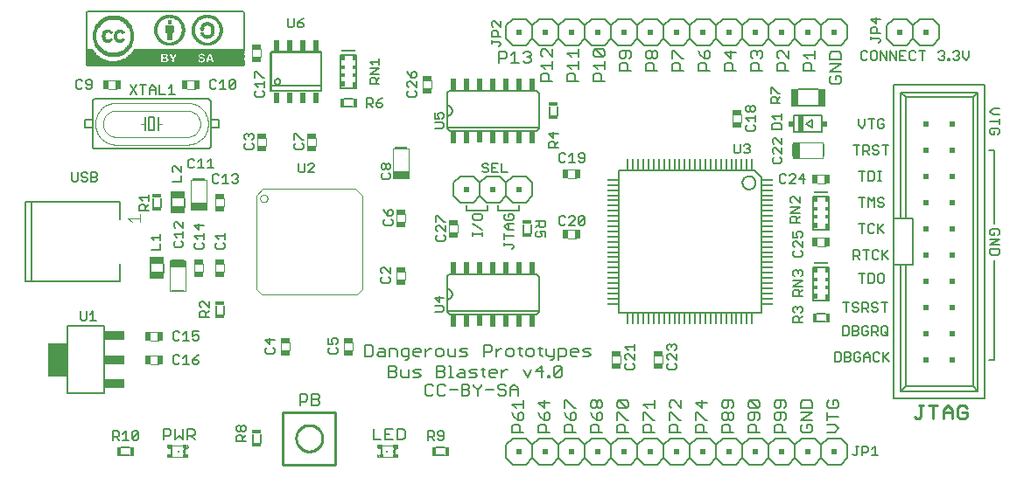
<source format=gto>
G75*
G70*
%OFA0B0*%
%FSLAX24Y24*%
%IPPOS*%
%LPD*%
%AMOC8*
5,1,8,0,0,1.08239X$1,22.5*
%
%ADD10C,0.0060*%
%ADD11C,0.0050*%
%ADD12C,0.0080*%
%ADD13R,0.0374X0.0197*%
%ADD14R,0.0374X0.0197*%
%ADD15C,0.0040*%
%ADD16R,0.0472X0.0079*%
%ADD17R,0.0591X0.0256*%
%ADD18R,0.0197X0.0374*%
%ADD19R,0.0197X0.0374*%
%ADD20R,0.0340X0.0160*%
%ADD21R,0.0551X0.0256*%
%ADD22R,0.0193X0.0433*%
%ADD23R,0.0160X0.0340*%
%ADD24R,0.0197X0.0128*%
%ADD25R,0.0098X0.0059*%
%ADD26R,0.0069X0.0157*%
%ADD27R,0.0079X0.0079*%
%ADD28R,0.0118X0.0118*%
%ADD29R,0.0030X0.0128*%
%ADD30R,0.0079X0.0472*%
%ADD31R,0.0256X0.0591*%
%ADD32R,0.0200X0.0200*%
%ADD33C,0.0090*%
%ADD34C,0.0039*%
%ADD35C,0.0086*%
%ADD36R,0.0106X0.0394*%
%ADD37R,0.0394X0.0106*%
%ADD38R,0.0200X0.0450*%
%ADD39R,0.0118X0.0236*%
%ADD40R,0.0118X0.0157*%
%ADD41R,0.0118X0.0197*%
%ADD42R,0.0551X0.0039*%
%ADD43R,0.0551X0.0079*%
%ADD44R,0.0039X0.0079*%
%ADD45R,0.0195X0.0240*%
%ADD46R,0.0197X0.0630*%
%ADD47R,0.0290X0.0690*%
%ADD48R,0.0730X0.1260*%
%ADD49R,0.0730X0.0340*%
%ADD50C,0.0020*%
%ADD51R,0.6015X0.0015*%
%ADD52R,0.6045X0.0015*%
%ADD53R,0.4395X0.0015*%
%ADD54R,0.1620X0.0015*%
%ADD55R,0.2865X0.0015*%
%ADD56R,0.0210X0.0015*%
%ADD57R,0.0975X0.0015*%
%ADD58R,0.0075X0.0015*%
%ADD59R,0.0165X0.0015*%
%ADD60R,0.1170X0.0015*%
%ADD61R,0.0180X0.0015*%
%ADD62R,0.0945X0.0015*%
%ADD63R,0.0045X0.0015*%
%ADD64R,0.1035X0.0015*%
%ADD65R,0.1785X0.0015*%
%ADD66R,0.0930X0.0015*%
%ADD67R,0.0150X0.0015*%
%ADD68R,0.0885X0.0015*%
%ADD69R,0.1650X0.0015*%
%ADD70R,0.0060X0.0015*%
%ADD71R,0.0030X0.0015*%
%ADD72R,0.0135X0.0015*%
%ADD73R,0.1185X0.0015*%
%ADD74R,0.0810X0.0015*%
%ADD75R,0.1575X0.0015*%
%ADD76R,0.0120X0.0015*%
%ADD77R,0.0915X0.0015*%
%ADD78R,0.0765X0.0015*%
%ADD79R,0.1530X0.0015*%
%ADD80R,0.1200X0.0015*%
%ADD81R,0.0735X0.0015*%
%ADD82R,0.1485X0.0015*%
%ADD83R,0.0690X0.0015*%
%ADD84R,0.1455X0.0015*%
%ADD85R,0.1110X0.0015*%
%ADD86R,0.0660X0.0015*%
%ADD87R,0.1425X0.0015*%
%ADD88R,0.1080X0.0015*%
%ADD89R,0.1215X0.0015*%
%ADD90R,0.0630X0.0015*%
%ADD91R,0.1395X0.0015*%
%ADD92R,0.0090X0.0015*%
%ADD93R,0.1020X0.0015*%
%ADD94R,0.0600X0.0015*%
%ADD95R,0.1365X0.0015*%
%ADD96R,0.0960X0.0015*%
%ADD97R,0.0585X0.0015*%
%ADD98R,0.1335X0.0015*%
%ADD99R,0.1230X0.0015*%
%ADD100R,0.0555X0.0015*%
%ADD101R,0.1320X0.0015*%
%ADD102R,0.0540X0.0015*%
%ADD103R,0.1290X0.0015*%
%ADD104R,0.0885X0.0015*%
%ADD105R,0.0225X0.0015*%
%ADD106R,0.1245X0.0015*%
%ADD107R,0.0510X0.0015*%
%ADD108R,0.0300X0.0015*%
%ADD109R,0.1275X0.0015*%
%ADD110R,0.0105X0.0015*%
%ADD111R,0.0270X0.0015*%
%ADD112R,0.0015X0.0015*%
%ADD113R,0.0495X0.0015*%
%ADD114R,0.0435X0.0015*%
%ADD115R,0.1260X0.0015*%
%ADD116R,0.0855X0.0015*%
%ADD117R,0.0480X0.0015*%
%ADD118R,0.0525X0.0015*%
%ADD119R,0.0465X0.0015*%
%ADD120R,0.0600X0.0015*%
%ADD121R,0.0450X0.0015*%
%ADD122R,0.0675X0.0015*%
%ADD123R,0.0840X0.0015*%
%ADD124R,0.0420X0.0015*%
%ADD125R,0.0735X0.0015*%
%ADD126R,0.0405X0.0015*%
%ADD127R,0.0780X0.0015*%
%ADD128R,0.0825X0.0015*%
%ADD129R,0.1155X0.0015*%
%ADD130R,0.0195X0.0015*%
%ADD131R,0.0390X0.0015*%
%ADD132R,0.2670X0.0015*%
%ADD133R,0.0375X0.0015*%
%ADD134R,0.4320X0.0015*%
%ADD135R,0.0360X0.0015*%
%ADD136R,0.0330X0.0015*%
%ADD137R,0.4305X0.0015*%
%ADD138R,0.0345X0.0015*%
%ADD139R,0.4290X0.0015*%
%ADD140R,0.0330X0.0015*%
%ADD141R,0.4275X0.0015*%
%ADD142R,0.0255X0.0015*%
%ADD143R,0.4260X0.0015*%
%ADD144R,0.0315X0.0015*%
%ADD145R,0.0240X0.0015*%
%ADD146R,0.0300X0.0015*%
%ADD147R,0.4245X0.0015*%
%ADD148R,0.0285X0.0015*%
%ADD149R,0.4230X0.0015*%
%ADD150R,0.0270X0.0015*%
%ADD151R,0.4215X0.0015*%
%ADD152R,0.0060X0.0015*%
%ADD153R,0.0360X0.0015*%
%ADD154R,0.0450X0.0015*%
%ADD155R,0.0510X0.0015*%
%ADD156R,0.0570X0.0015*%
%ADD157R,0.0555X0.0015*%
%ADD158R,0.0615X0.0015*%
%ADD159R,0.0660X0.0015*%
%ADD160R,0.0345X0.0015*%
%ADD161R,0.0390X0.0015*%
%ADD162R,0.0315X0.0015*%
%ADD163R,0.0420X0.0015*%
%ADD164R,0.0465X0.0015*%
%ADD165R,0.0375X0.0015*%
%ADD166R,0.0285X0.0015*%
%ADD167R,0.0405X0.0015*%
%ADD168R,0.0870X0.0015*%
%ADD169R,0.0720X0.0015*%
%ADD170R,0.0645X0.0015*%
%ADD171R,0.0585X0.0015*%
%ADD172R,0.0495X0.0015*%
%ADD173R,0.0540X0.0015*%
%ADD174R,0.0480X0.0015*%
%ADD175R,0.6015X0.0015*%
%ADD176R,0.5985X0.0015*%
%ADD177R,0.5955X0.0015*%
%ADD178R,0.5895X0.0015*%
D10*
X003783Y001061D02*
X004124Y001061D01*
X004124Y001342D02*
X003783Y001342D01*
X008813Y001531D02*
X008813Y001872D01*
X009094Y001872D02*
X009094Y001531D01*
X013984Y004032D02*
X014204Y004032D01*
X014277Y004105D01*
X014277Y004178D01*
X014204Y004252D01*
X013984Y004252D01*
X014204Y004252D02*
X014277Y004325D01*
X014277Y004399D01*
X014204Y004472D01*
X013984Y004472D01*
X013984Y004032D01*
X014444Y004105D02*
X014517Y004032D01*
X014737Y004032D01*
X014737Y004325D01*
X014904Y004252D02*
X014978Y004325D01*
X015198Y004325D01*
X015124Y004178D02*
X014978Y004178D01*
X014904Y004252D01*
X014904Y004032D02*
X015124Y004032D01*
X015198Y004105D01*
X015124Y004178D01*
X015457Y003772D02*
X015384Y003699D01*
X015384Y003405D01*
X015457Y003332D01*
X015604Y003332D01*
X015677Y003405D01*
X015844Y003405D02*
X015917Y003332D01*
X016064Y003332D01*
X016137Y003405D01*
X016304Y003552D02*
X016598Y003552D01*
X016765Y003552D02*
X016985Y003552D01*
X017058Y003478D01*
X017058Y003405D01*
X016985Y003332D01*
X016765Y003332D01*
X016765Y003772D01*
X016985Y003772D01*
X017058Y003699D01*
X017058Y003625D01*
X016985Y003552D01*
X017225Y003699D02*
X017372Y003552D01*
X017372Y003332D01*
X017372Y003552D02*
X017519Y003699D01*
X017519Y003772D01*
X017685Y003552D02*
X017979Y003552D01*
X018146Y003625D02*
X018219Y003552D01*
X018366Y003552D01*
X018439Y003478D01*
X018439Y003405D01*
X018366Y003332D01*
X018219Y003332D01*
X018146Y003405D01*
X018146Y003625D02*
X018146Y003699D01*
X018219Y003772D01*
X018366Y003772D01*
X018439Y003699D01*
X018606Y003625D02*
X018753Y003772D01*
X018900Y003625D01*
X018900Y003332D01*
X019124Y003146D02*
X019124Y002852D01*
X019124Y002999D02*
X018683Y002999D01*
X018830Y002852D01*
X018977Y002686D02*
X018903Y002612D01*
X018903Y002392D01*
X019050Y002392D01*
X019124Y002465D01*
X019124Y002612D01*
X019050Y002686D01*
X018977Y002686D01*
X018757Y002539D02*
X018903Y002392D01*
X018903Y002225D02*
X018757Y002225D01*
X018683Y002152D01*
X018683Y001932D01*
X019124Y001932D01*
X018977Y001932D02*
X018977Y002152D01*
X018903Y002225D01*
X018757Y002539D02*
X018683Y002686D01*
X018606Y003332D02*
X018606Y003625D01*
X018606Y003552D02*
X018900Y003552D01*
X019271Y004032D02*
X019418Y004325D01*
X019584Y004252D02*
X019878Y004252D01*
X020045Y004105D02*
X020118Y004105D01*
X020118Y004032D01*
X020045Y004032D01*
X020045Y004105D01*
X020275Y004105D02*
X020569Y004399D01*
X020569Y004105D01*
X020495Y004032D01*
X020348Y004032D01*
X020275Y004105D01*
X020275Y004399D01*
X020348Y004472D01*
X020495Y004472D01*
X020569Y004399D01*
X020449Y004685D02*
X020449Y005125D01*
X020669Y005125D01*
X020743Y005052D01*
X020743Y004905D01*
X020669Y004832D01*
X020449Y004832D01*
X020282Y004832D02*
X020062Y004832D01*
X019989Y004905D01*
X019989Y005125D01*
X019829Y005125D02*
X019682Y005125D01*
X019755Y005199D02*
X019755Y004905D01*
X019829Y004832D01*
X019515Y004905D02*
X019515Y005052D01*
X019442Y005125D01*
X019295Y005125D01*
X019222Y005052D01*
X019222Y004905D01*
X019295Y004832D01*
X019442Y004832D01*
X019515Y004905D01*
X019061Y004832D02*
X018988Y004905D01*
X018988Y005199D01*
X018915Y005125D02*
X019061Y005125D01*
X018748Y005052D02*
X018748Y004905D01*
X018674Y004832D01*
X018528Y004832D01*
X018454Y004905D01*
X018454Y005052D01*
X018528Y005125D01*
X018674Y005125D01*
X018748Y005052D01*
X018291Y005125D02*
X018217Y005125D01*
X018071Y004978D01*
X018071Y004832D02*
X018071Y005125D01*
X017904Y005052D02*
X017831Y004978D01*
X017610Y004978D01*
X017610Y004832D02*
X017610Y005272D01*
X017831Y005272D01*
X017904Y005199D01*
X017904Y005052D01*
X016983Y005125D02*
X016763Y005125D01*
X016690Y005052D01*
X016763Y004978D01*
X016910Y004978D01*
X016983Y004905D01*
X016910Y004832D01*
X016690Y004832D01*
X016523Y004832D02*
X016523Y005125D01*
X016229Y005125D02*
X016229Y004905D01*
X016303Y004832D01*
X016523Y004832D01*
X016063Y004905D02*
X016063Y005052D01*
X015989Y005125D01*
X015842Y005125D01*
X015769Y005052D01*
X015769Y004905D01*
X015842Y004832D01*
X015989Y004832D01*
X016063Y004905D01*
X015605Y005125D02*
X015532Y005125D01*
X015385Y004978D01*
X015385Y004832D02*
X015385Y005125D01*
X015219Y005052D02*
X015219Y004978D01*
X014925Y004978D01*
X014925Y004905D02*
X014925Y005052D01*
X014998Y005125D01*
X015145Y005125D01*
X015219Y005052D01*
X014998Y004832D02*
X014925Y004905D01*
X014998Y004832D02*
X015145Y004832D01*
X014758Y004832D02*
X014538Y004832D01*
X014465Y004905D01*
X014465Y005052D01*
X014538Y005125D01*
X014758Y005125D01*
X014758Y004758D01*
X014685Y004685D01*
X014611Y004685D01*
X014298Y004832D02*
X014298Y005052D01*
X014224Y005125D01*
X014004Y005125D01*
X014004Y004832D01*
X013837Y004832D02*
X013617Y004832D01*
X013544Y004905D01*
X013617Y004978D01*
X013837Y004978D01*
X013837Y005052D02*
X013837Y004832D01*
X013377Y004905D02*
X013377Y005199D01*
X013304Y005272D01*
X013084Y005272D01*
X013084Y004832D01*
X013304Y004832D01*
X013377Y004905D01*
X013617Y005125D02*
X013764Y005125D01*
X013837Y005052D01*
X014444Y004325D02*
X014444Y004105D01*
X015457Y003772D02*
X015604Y003772D01*
X015677Y003699D01*
X015844Y003699D02*
X015844Y003405D01*
X015844Y003699D02*
X015917Y003772D01*
X016064Y003772D01*
X016137Y003699D01*
X016045Y004032D02*
X015825Y004032D01*
X015825Y004472D01*
X016045Y004472D01*
X016119Y004399D01*
X016119Y004325D01*
X016045Y004252D01*
X015825Y004252D01*
X016045Y004252D02*
X016119Y004178D01*
X016119Y004105D01*
X016045Y004032D01*
X016285Y004032D02*
X016432Y004032D01*
X016359Y004032D02*
X016359Y004472D01*
X016285Y004472D01*
X016666Y004325D02*
X016812Y004325D01*
X016886Y004252D01*
X016886Y004032D01*
X016666Y004032D01*
X016592Y004105D01*
X016666Y004178D01*
X016886Y004178D01*
X017053Y004252D02*
X017126Y004325D01*
X017346Y004325D01*
X017273Y004178D02*
X017126Y004178D01*
X017053Y004252D01*
X017053Y004032D02*
X017273Y004032D01*
X017346Y004105D01*
X017273Y004178D01*
X017513Y004325D02*
X017660Y004325D01*
X017586Y004399D02*
X017586Y004105D01*
X017660Y004032D01*
X017820Y004105D02*
X017820Y004252D01*
X017893Y004325D01*
X018040Y004325D01*
X018113Y004252D01*
X018113Y004178D01*
X017820Y004178D01*
X017820Y004105D02*
X017893Y004032D01*
X018040Y004032D01*
X018280Y004032D02*
X018280Y004325D01*
X018280Y004178D02*
X018427Y004325D01*
X018500Y004325D01*
X019124Y004325D02*
X019271Y004032D01*
X019584Y004252D02*
X019805Y004472D01*
X019805Y004032D01*
X020136Y004685D02*
X020209Y004685D01*
X020282Y004758D01*
X020282Y005125D01*
X020910Y005052D02*
X020910Y004905D01*
X020983Y004832D01*
X021130Y004832D01*
X021203Y004978D02*
X020910Y004978D01*
X020910Y005052D02*
X020983Y005125D01*
X021130Y005125D01*
X021203Y005052D01*
X021203Y004978D01*
X021370Y005052D02*
X021443Y005125D01*
X021663Y005125D01*
X021590Y004978D02*
X021443Y004978D01*
X021370Y005052D01*
X021590Y004978D02*
X021663Y004905D01*
X021590Y004832D01*
X021370Y004832D01*
X021757Y003146D02*
X021830Y003146D01*
X021903Y003072D01*
X021903Y002926D01*
X021830Y002852D01*
X021757Y002852D01*
X021683Y002926D01*
X021683Y003072D01*
X021757Y003146D01*
X021903Y003072D02*
X021977Y003146D01*
X022050Y003146D01*
X022124Y003072D01*
X022124Y002926D01*
X022050Y002852D01*
X021977Y002852D01*
X021903Y002926D01*
X021977Y002686D02*
X021903Y002612D01*
X021903Y002392D01*
X022050Y002392D01*
X022124Y002465D01*
X022124Y002612D01*
X022050Y002686D01*
X021977Y002686D01*
X021757Y002539D02*
X021903Y002392D01*
X021903Y002225D02*
X021757Y002225D01*
X021683Y002152D01*
X021683Y001932D01*
X022124Y001932D01*
X021977Y001932D02*
X021977Y002152D01*
X021903Y002225D01*
X021757Y002539D02*
X021683Y002686D01*
X021124Y002612D02*
X021050Y002686D01*
X020977Y002686D01*
X020903Y002612D01*
X020903Y002392D01*
X021050Y002392D01*
X021124Y002465D01*
X021124Y002612D01*
X020903Y002392D02*
X020757Y002539D01*
X020683Y002686D01*
X020683Y002852D02*
X020683Y003146D01*
X020757Y003146D01*
X021050Y002852D01*
X021124Y002852D01*
X020124Y003072D02*
X019683Y003072D01*
X019903Y002852D01*
X019903Y003146D01*
X019977Y002686D02*
X019903Y002612D01*
X019903Y002392D01*
X020050Y002392D01*
X020124Y002465D01*
X020124Y002612D01*
X020050Y002686D01*
X019977Y002686D01*
X019757Y002539D02*
X019903Y002392D01*
X019903Y002225D02*
X019977Y002152D01*
X019977Y001932D01*
X020124Y001932D02*
X019683Y001932D01*
X019683Y002152D01*
X019757Y002225D01*
X019903Y002225D01*
X019757Y002539D02*
X019683Y002686D01*
X020683Y002152D02*
X020757Y002225D01*
X020903Y002225D01*
X020977Y002152D01*
X020977Y001932D01*
X021124Y001932D02*
X020683Y001932D01*
X020683Y002152D01*
X020704Y001702D02*
X021204Y001702D01*
X021454Y001452D01*
X021704Y001702D01*
X022204Y001702D01*
X022454Y001452D01*
X022704Y001702D01*
X023204Y001702D01*
X023454Y001452D01*
X023704Y001702D01*
X024204Y001702D01*
X024454Y001452D01*
X024704Y001702D01*
X025204Y001702D01*
X025454Y001452D01*
X025704Y001702D01*
X026204Y001702D01*
X026454Y001452D01*
X026704Y001702D01*
X027204Y001702D01*
X027454Y001452D01*
X027704Y001702D01*
X028204Y001702D01*
X028454Y001452D01*
X028704Y001702D01*
X029204Y001702D01*
X029454Y001452D01*
X029704Y001702D01*
X030204Y001702D01*
X030454Y001452D01*
X030704Y001702D01*
X031204Y001702D01*
X031454Y001452D01*
X031454Y000952D01*
X031204Y000702D01*
X030704Y000702D01*
X030454Y000952D01*
X030204Y000702D01*
X029704Y000702D01*
X029454Y000952D01*
X029454Y001452D01*
X029454Y000952D02*
X029204Y000702D01*
X028704Y000702D01*
X028454Y000952D01*
X028204Y000702D01*
X027704Y000702D01*
X027454Y000952D01*
X027204Y000702D01*
X026704Y000702D01*
X026454Y000952D01*
X026454Y001452D01*
X026454Y000952D02*
X026204Y000702D01*
X025704Y000702D01*
X025454Y000952D01*
X025204Y000702D01*
X024704Y000702D01*
X024454Y000952D01*
X024204Y000702D01*
X023704Y000702D01*
X023454Y000952D01*
X023454Y001452D01*
X023454Y000952D02*
X023204Y000702D01*
X022704Y000702D01*
X022454Y000952D01*
X022204Y000702D01*
X021704Y000702D01*
X021454Y000952D01*
X021204Y000702D01*
X020704Y000702D01*
X020454Y000952D01*
X020454Y001452D01*
X020704Y001702D01*
X020454Y001452D02*
X020204Y001702D01*
X019704Y001702D01*
X019454Y001452D01*
X019204Y001702D01*
X018704Y001702D01*
X018454Y001452D01*
X018454Y000952D01*
X018704Y000702D01*
X019204Y000702D01*
X019454Y000952D01*
X019454Y001452D01*
X019454Y000952D02*
X019704Y000702D01*
X020204Y000702D01*
X020454Y000952D01*
X021454Y000952D02*
X021454Y001452D01*
X022454Y001452D02*
X022454Y000952D01*
X022683Y001932D02*
X022683Y002152D01*
X022757Y002225D01*
X022903Y002225D01*
X022977Y002152D01*
X022977Y001932D01*
X023124Y001932D02*
X022683Y001932D01*
X022683Y002392D02*
X022683Y002686D01*
X022757Y002686D01*
X023050Y002392D01*
X023124Y002392D01*
X023683Y002392D02*
X023683Y002686D01*
X023757Y002686D01*
X024050Y002392D01*
X024124Y002392D01*
X023903Y002225D02*
X023977Y002152D01*
X023977Y001932D01*
X024124Y001932D02*
X023683Y001932D01*
X023683Y002152D01*
X023757Y002225D01*
X023903Y002225D01*
X024683Y002152D02*
X024683Y001932D01*
X025124Y001932D01*
X024977Y001932D02*
X024977Y002152D01*
X024903Y002225D01*
X024757Y002225D01*
X024683Y002152D01*
X024683Y002392D02*
X024683Y002686D01*
X024757Y002686D01*
X025050Y002392D01*
X025124Y002392D01*
X025683Y002392D02*
X025683Y002686D01*
X025757Y002686D01*
X026050Y002392D01*
X026124Y002392D01*
X025903Y002225D02*
X025977Y002152D01*
X025977Y001932D01*
X026124Y001932D02*
X025683Y001932D01*
X025683Y002152D01*
X025757Y002225D01*
X025903Y002225D01*
X026683Y002152D02*
X026683Y001932D01*
X027124Y001932D01*
X026977Y001932D02*
X026977Y002152D01*
X026903Y002225D01*
X026757Y002225D01*
X026683Y002152D01*
X026757Y002392D02*
X026830Y002392D01*
X026903Y002465D01*
X026903Y002612D01*
X026977Y002686D01*
X027050Y002686D01*
X027124Y002612D01*
X027124Y002465D01*
X027050Y002392D01*
X026977Y002392D01*
X026903Y002465D01*
X026903Y002612D02*
X026830Y002686D01*
X026757Y002686D01*
X026683Y002612D01*
X026683Y002465D01*
X026757Y002392D01*
X027683Y002465D02*
X027757Y002392D01*
X027830Y002392D01*
X027903Y002465D01*
X027903Y002686D01*
X027757Y002686D02*
X028050Y002686D01*
X028124Y002612D01*
X028124Y002465D01*
X028050Y002392D01*
X027903Y002225D02*
X027757Y002225D01*
X027683Y002152D01*
X027683Y001932D01*
X028124Y001932D01*
X027977Y001932D02*
X027977Y002152D01*
X027903Y002225D01*
X027683Y002465D02*
X027683Y002612D01*
X027757Y002686D01*
X027757Y002852D02*
X027683Y002926D01*
X027683Y003072D01*
X027757Y003146D01*
X028050Y002852D01*
X028124Y002926D01*
X028124Y003072D01*
X028050Y003146D01*
X027757Y003146D01*
X027757Y002852D02*
X028050Y002852D01*
X028683Y002926D02*
X028757Y002852D01*
X028830Y002852D01*
X028903Y002926D01*
X028903Y003146D01*
X028757Y003146D02*
X028683Y003072D01*
X028683Y002926D01*
X028757Y003146D02*
X029050Y003146D01*
X029124Y003072D01*
X029124Y002926D01*
X029050Y002852D01*
X029050Y002686D02*
X028757Y002686D01*
X028683Y002612D01*
X028683Y002465D01*
X028757Y002392D01*
X028830Y002392D01*
X028903Y002465D01*
X028903Y002686D01*
X029050Y002686D02*
X029124Y002612D01*
X029124Y002465D01*
X029050Y002392D01*
X028903Y002225D02*
X028977Y002152D01*
X028977Y001932D01*
X029124Y001932D02*
X028683Y001932D01*
X028683Y002152D01*
X028757Y002225D01*
X028903Y002225D01*
X029683Y002152D02*
X029683Y002005D01*
X029757Y001932D01*
X030050Y001932D01*
X030124Y002005D01*
X030124Y002152D01*
X030050Y002225D01*
X029903Y002225D01*
X029903Y002078D01*
X029757Y002225D02*
X029683Y002152D01*
X029683Y002392D02*
X030124Y002686D01*
X029683Y002686D01*
X029683Y002852D02*
X029683Y003072D01*
X029757Y003146D01*
X030050Y003146D01*
X030124Y003072D01*
X030124Y002852D01*
X029683Y002852D01*
X029683Y002392D02*
X030124Y002392D01*
X030683Y002392D02*
X030683Y002686D01*
X030683Y002539D02*
X031124Y002539D01*
X031050Y002852D02*
X030757Y002852D01*
X030683Y002926D01*
X030683Y003072D01*
X030757Y003146D01*
X030903Y003146D02*
X030903Y002999D01*
X030903Y003146D02*
X031050Y003146D01*
X031124Y003072D01*
X031124Y002926D01*
X031050Y002852D01*
X030977Y002225D02*
X030683Y002225D01*
X030683Y001932D02*
X030977Y001932D01*
X031124Y002078D01*
X030977Y002225D01*
X030454Y001452D02*
X030454Y000952D01*
X028454Y000952D02*
X028454Y001452D01*
X027454Y001452D02*
X027454Y000952D01*
X025454Y000952D02*
X025454Y001452D01*
X024454Y001452D02*
X024454Y000952D01*
X024757Y002852D02*
X024683Y002926D01*
X024683Y003072D01*
X024757Y003146D01*
X024830Y003146D01*
X025124Y002852D01*
X025124Y003146D01*
X025683Y003072D02*
X025903Y002852D01*
X025903Y003146D01*
X025683Y003072D02*
X026124Y003072D01*
X026683Y003072D02*
X026683Y002926D01*
X026757Y002852D01*
X026830Y002852D01*
X026903Y002926D01*
X026903Y003146D01*
X026757Y003146D02*
X026683Y003072D01*
X026757Y003146D02*
X027050Y003146D01*
X027124Y003072D01*
X027124Y002926D01*
X027050Y002852D01*
X024124Y002852D02*
X024124Y003146D01*
X024124Y002999D02*
X023683Y002999D01*
X023830Y002852D01*
X023124Y002926D02*
X023050Y002852D01*
X022757Y003146D01*
X023050Y003146D01*
X023124Y003072D01*
X023124Y002926D01*
X023050Y002852D02*
X022757Y002852D01*
X022683Y002926D01*
X022683Y003072D01*
X022757Y003146D01*
X017225Y003699D02*
X017225Y003772D01*
X016124Y001342D02*
X015783Y001342D01*
X015783Y001061D02*
X016124Y001061D01*
X016354Y006432D02*
X019554Y006432D01*
X019577Y006434D01*
X019600Y006439D01*
X019622Y006448D01*
X019642Y006461D01*
X019660Y006476D01*
X019675Y006494D01*
X019688Y006514D01*
X019697Y006536D01*
X019702Y006559D01*
X019704Y006582D01*
X019704Y007822D01*
X019702Y007845D01*
X019697Y007868D01*
X019688Y007890D01*
X019675Y007910D01*
X019660Y007928D01*
X019642Y007943D01*
X019622Y007956D01*
X019600Y007965D01*
X019577Y007970D01*
X019554Y007972D01*
X016354Y007972D01*
X016331Y007970D01*
X016308Y007965D01*
X016286Y007956D01*
X016266Y007943D01*
X016248Y007928D01*
X016233Y007910D01*
X016220Y007890D01*
X016211Y007868D01*
X016206Y007845D01*
X016204Y007822D01*
X016204Y007402D01*
X016204Y007002D01*
X016204Y006582D01*
X016204Y006572D02*
X019704Y006572D01*
X016354Y006432D02*
X016331Y006434D01*
X016308Y006439D01*
X016286Y006448D01*
X016266Y006461D01*
X016248Y006476D01*
X016233Y006494D01*
X016220Y006514D01*
X016211Y006536D01*
X016206Y006559D01*
X016204Y006582D01*
X016204Y007002D02*
X016231Y007004D01*
X016258Y007009D01*
X016284Y007019D01*
X016308Y007031D01*
X016330Y007047D01*
X016350Y007065D01*
X016367Y007087D01*
X016382Y007110D01*
X016392Y007135D01*
X016400Y007161D01*
X016404Y007188D01*
X016404Y007216D01*
X016400Y007243D01*
X016392Y007269D01*
X016382Y007294D01*
X016367Y007317D01*
X016350Y007339D01*
X016330Y007357D01*
X016308Y007373D01*
X016284Y007385D01*
X016258Y007395D01*
X016231Y007400D01*
X016204Y007402D01*
X019113Y009531D02*
X019113Y009872D01*
X019394Y009872D02*
X019394Y009531D01*
X019204Y010702D02*
X018704Y010702D01*
X018454Y010952D01*
X018204Y010702D01*
X017704Y010702D01*
X017454Y010952D01*
X017204Y010702D01*
X016704Y010702D01*
X016454Y010952D01*
X016454Y011452D01*
X016704Y011702D01*
X017204Y011702D01*
X017454Y011452D01*
X017704Y011702D01*
X018204Y011702D01*
X018454Y011452D01*
X018704Y011702D01*
X019204Y011702D01*
X019454Y011452D01*
X019454Y010952D01*
X019204Y010702D01*
X018454Y010952D02*
X018454Y011452D01*
X017454Y011452D02*
X017454Y010952D01*
X016354Y013432D02*
X019554Y013432D01*
X019577Y013434D01*
X019600Y013439D01*
X019622Y013448D01*
X019642Y013461D01*
X019660Y013476D01*
X019675Y013494D01*
X019688Y013514D01*
X019697Y013536D01*
X019702Y013559D01*
X019704Y013582D01*
X019704Y014822D01*
X019702Y014845D01*
X019697Y014868D01*
X019688Y014890D01*
X019675Y014910D01*
X019660Y014928D01*
X019642Y014943D01*
X019622Y014956D01*
X019600Y014965D01*
X019577Y014970D01*
X019554Y014972D01*
X016354Y014972D01*
X016331Y014970D01*
X016308Y014965D01*
X016286Y014956D01*
X016266Y014943D01*
X016248Y014928D01*
X016233Y014910D01*
X016220Y014890D01*
X016211Y014868D01*
X016206Y014845D01*
X016204Y014822D01*
X016204Y014402D01*
X016204Y014002D01*
X016204Y013582D01*
X016204Y013572D02*
X019704Y013572D01*
X020113Y014031D02*
X020113Y014372D01*
X020394Y014372D02*
X020394Y014031D01*
X020224Y015332D02*
X019783Y015332D01*
X019783Y015552D01*
X019857Y015625D01*
X020003Y015625D01*
X020077Y015552D01*
X020077Y015332D01*
X020224Y015792D02*
X020224Y016086D01*
X020224Y015939D02*
X019783Y015939D01*
X019930Y015792D01*
X019398Y016105D02*
X019324Y016032D01*
X019178Y016032D01*
X019104Y016105D01*
X018937Y016032D02*
X018644Y016032D01*
X018791Y016032D02*
X018791Y016472D01*
X018644Y016325D01*
X018477Y016252D02*
X018404Y016178D01*
X018184Y016178D01*
X018184Y016032D02*
X018184Y016472D01*
X018404Y016472D01*
X018477Y016399D01*
X018477Y016252D01*
X019104Y016399D02*
X019178Y016472D01*
X019324Y016472D01*
X019398Y016399D01*
X019398Y016325D01*
X019324Y016252D01*
X019398Y016178D01*
X019398Y016105D01*
X019324Y016252D02*
X019251Y016252D01*
X019783Y016326D02*
X019783Y016472D01*
X019857Y016546D01*
X019930Y016546D01*
X020224Y016252D01*
X020224Y016546D01*
X020204Y016702D02*
X019704Y016702D01*
X019454Y016952D01*
X019204Y016702D01*
X018704Y016702D01*
X018454Y016952D01*
X018454Y017452D01*
X018704Y017702D01*
X019204Y017702D01*
X019454Y017452D01*
X019704Y017702D01*
X020204Y017702D01*
X020454Y017452D01*
X020704Y017702D01*
X021204Y017702D01*
X021454Y017452D01*
X021704Y017702D01*
X022204Y017702D01*
X022454Y017452D01*
X022704Y017702D01*
X023204Y017702D01*
X023454Y017452D01*
X023704Y017702D01*
X024204Y017702D01*
X024454Y017452D01*
X024704Y017702D01*
X025204Y017702D01*
X025454Y017452D01*
X025704Y017702D01*
X026204Y017702D01*
X026454Y017452D01*
X026704Y017702D01*
X027204Y017702D01*
X027454Y017452D01*
X027704Y017702D01*
X028204Y017702D01*
X028454Y017452D01*
X028704Y017702D01*
X029204Y017702D01*
X029454Y017452D01*
X029704Y017702D01*
X030204Y017702D01*
X030454Y017452D01*
X030704Y017702D01*
X031204Y017702D01*
X031454Y017452D01*
X031454Y016952D01*
X031204Y016702D01*
X030704Y016702D01*
X030454Y016952D01*
X030204Y016702D01*
X029704Y016702D01*
X029454Y016952D01*
X029454Y017452D01*
X030454Y017452D02*
X030454Y016952D01*
X030224Y016486D02*
X030224Y016192D01*
X030224Y016339D02*
X029783Y016339D01*
X029930Y016192D01*
X030003Y016025D02*
X030077Y015952D01*
X030077Y015732D01*
X030224Y015732D02*
X029783Y015732D01*
X029783Y015952D01*
X029857Y016025D01*
X030003Y016025D01*
X030783Y015986D02*
X031224Y015986D01*
X030783Y015692D01*
X031224Y015692D01*
X031150Y015525D02*
X031003Y015525D01*
X031003Y015378D01*
X030857Y015232D02*
X030783Y015305D01*
X030783Y015452D01*
X030857Y015525D01*
X031150Y015525D02*
X031224Y015452D01*
X031224Y015305D01*
X031150Y015232D01*
X030857Y015232D01*
X030329Y015022D02*
X029574Y015022D01*
X029574Y014382D02*
X030329Y014382D01*
X029224Y015732D02*
X028783Y015732D01*
X028783Y015952D01*
X028857Y016025D01*
X029003Y016025D01*
X029077Y015952D01*
X029077Y015732D01*
X029224Y016192D02*
X028930Y016486D01*
X028857Y016486D01*
X028783Y016412D01*
X028783Y016265D01*
X028857Y016192D01*
X029224Y016192D02*
X029224Y016486D01*
X029204Y016702D02*
X028704Y016702D01*
X028454Y016952D01*
X028204Y016702D01*
X027704Y016702D01*
X027454Y016952D01*
X027204Y016702D01*
X026704Y016702D01*
X026454Y016952D01*
X026454Y017452D01*
X026454Y016952D02*
X026204Y016702D01*
X025704Y016702D01*
X025454Y016952D01*
X025204Y016702D01*
X024704Y016702D01*
X024454Y016952D01*
X024204Y016702D01*
X023704Y016702D01*
X023454Y016952D01*
X023454Y017452D01*
X023454Y016952D02*
X023204Y016702D01*
X022704Y016702D01*
X022454Y016952D01*
X022204Y016702D01*
X021704Y016702D01*
X021454Y016952D01*
X021204Y016702D01*
X020704Y016702D01*
X020454Y016952D01*
X020454Y017452D01*
X020454Y016952D02*
X020204Y016702D01*
X019783Y016326D02*
X019857Y016252D01*
X019454Y016952D02*
X019454Y017452D01*
X021224Y016546D02*
X021224Y016252D01*
X021224Y016399D02*
X020783Y016399D01*
X020930Y016252D01*
X021224Y016086D02*
X021224Y015792D01*
X021224Y015939D02*
X020783Y015939D01*
X020930Y015792D01*
X021003Y015625D02*
X021077Y015552D01*
X021077Y015332D01*
X021224Y015332D02*
X020783Y015332D01*
X020783Y015552D01*
X020857Y015625D01*
X021003Y015625D01*
X021783Y015552D02*
X021783Y015332D01*
X022224Y015332D01*
X022077Y015332D02*
X022077Y015552D01*
X022003Y015625D01*
X021857Y015625D01*
X021783Y015552D01*
X021930Y015792D02*
X021783Y015939D01*
X022224Y015939D01*
X022224Y015792D02*
X022224Y016086D01*
X022150Y016252D02*
X021857Y016546D01*
X022150Y016546D01*
X022224Y016472D01*
X022224Y016326D01*
X022150Y016252D01*
X021857Y016252D01*
X021783Y016326D01*
X021783Y016472D01*
X021857Y016546D01*
X021454Y016952D02*
X021454Y017452D01*
X022454Y017452D02*
X022454Y016952D01*
X022857Y016486D02*
X022783Y016412D01*
X022783Y016265D01*
X022857Y016192D01*
X022930Y016192D01*
X023003Y016265D01*
X023003Y016486D01*
X022857Y016486D02*
X023150Y016486D01*
X023224Y016412D01*
X023224Y016265D01*
X023150Y016192D01*
X023003Y016025D02*
X022857Y016025D01*
X022783Y015952D01*
X022783Y015732D01*
X023224Y015732D01*
X023077Y015732D02*
X023077Y015952D01*
X023003Y016025D01*
X023783Y015952D02*
X023783Y015732D01*
X024224Y015732D01*
X024077Y015732D02*
X024077Y015952D01*
X024003Y016025D01*
X023857Y016025D01*
X023783Y015952D01*
X023857Y016192D02*
X023930Y016192D01*
X024003Y016265D01*
X024003Y016412D01*
X024077Y016486D01*
X024150Y016486D01*
X024224Y016412D01*
X024224Y016265D01*
X024150Y016192D01*
X024077Y016192D01*
X024003Y016265D01*
X024003Y016412D02*
X023930Y016486D01*
X023857Y016486D01*
X023783Y016412D01*
X023783Y016265D01*
X023857Y016192D01*
X024783Y016192D02*
X024783Y016486D01*
X024857Y016486D01*
X025150Y016192D01*
X025224Y016192D01*
X025003Y016025D02*
X025077Y015952D01*
X025077Y015732D01*
X025224Y015732D02*
X024783Y015732D01*
X024783Y015952D01*
X024857Y016025D01*
X025003Y016025D01*
X025783Y015952D02*
X025783Y015732D01*
X026224Y015732D01*
X026077Y015732D02*
X026077Y015952D01*
X026003Y016025D01*
X025857Y016025D01*
X025783Y015952D01*
X026003Y016192D02*
X026003Y016412D01*
X026077Y016486D01*
X026150Y016486D01*
X026224Y016412D01*
X026224Y016265D01*
X026150Y016192D01*
X026003Y016192D01*
X025857Y016339D01*
X025783Y016486D01*
X025454Y016952D02*
X025454Y017452D01*
X024454Y017452D02*
X024454Y016952D01*
X026783Y016412D02*
X027003Y016192D01*
X027003Y016486D01*
X026783Y016412D02*
X027224Y016412D01*
X027783Y016412D02*
X027857Y016486D01*
X027930Y016486D01*
X028003Y016412D01*
X028077Y016486D01*
X028150Y016486D01*
X028224Y016412D01*
X028224Y016265D01*
X028150Y016192D01*
X028003Y016339D02*
X028003Y016412D01*
X027783Y016412D02*
X027783Y016265D01*
X027857Y016192D01*
X027857Y016025D02*
X027783Y015952D01*
X027783Y015732D01*
X028224Y015732D01*
X028077Y015732D02*
X028077Y015952D01*
X028003Y016025D01*
X027857Y016025D01*
X027224Y015732D02*
X026783Y015732D01*
X026783Y015952D01*
X026857Y016025D01*
X027003Y016025D01*
X027077Y015952D01*
X027077Y015732D01*
X029204Y016702D02*
X029454Y016952D01*
X028454Y016952D02*
X028454Y017452D01*
X027454Y017452D02*
X027454Y016952D01*
X030783Y016372D02*
X030783Y016152D01*
X031224Y016152D01*
X031224Y016372D01*
X031150Y016446D01*
X030857Y016446D01*
X030783Y016372D01*
X032954Y016952D02*
X032954Y017452D01*
X033204Y017702D01*
X033704Y017702D01*
X033954Y017452D01*
X034204Y017702D01*
X034704Y017702D01*
X034954Y017452D01*
X034954Y016952D01*
X034704Y016702D01*
X034204Y016702D01*
X033954Y016952D01*
X033704Y016702D01*
X033204Y016702D01*
X032954Y016952D01*
X033954Y016952D02*
X033954Y017452D01*
X033221Y015178D02*
X036686Y015178D01*
X036686Y003225D01*
X033221Y003225D01*
X033221Y008316D01*
X033946Y008316D01*
X033946Y010087D01*
X033674Y010087D01*
X033221Y010087D01*
X033221Y015178D01*
X033493Y014906D02*
X033674Y014725D01*
X033674Y010087D01*
X033493Y010087D02*
X033493Y014906D01*
X036414Y014906D01*
X036233Y014725D01*
X033674Y014725D01*
X036233Y014725D02*
X036233Y003678D01*
X036414Y003497D01*
X033493Y003497D01*
X033674Y003678D01*
X033674Y008316D01*
X033493Y008316D02*
X033493Y003497D01*
X033674Y003678D02*
X036233Y003678D01*
X036414Y003497D02*
X036414Y014906D01*
X033221Y010087D02*
X033221Y008316D01*
X030624Y006442D02*
X030283Y006442D01*
X030283Y006161D02*
X030624Y006161D01*
X016354Y013432D02*
X016331Y013434D01*
X016308Y013439D01*
X016286Y013448D01*
X016266Y013461D01*
X016248Y013476D01*
X016233Y013494D01*
X016220Y013514D01*
X016211Y013536D01*
X016206Y013559D01*
X016204Y013582D01*
X016204Y014002D02*
X016231Y014004D01*
X016258Y014009D01*
X016284Y014019D01*
X016308Y014031D01*
X016330Y014047D01*
X016350Y014065D01*
X016367Y014087D01*
X016382Y014110D01*
X016392Y014135D01*
X016400Y014161D01*
X016404Y014188D01*
X016404Y014216D01*
X016400Y014243D01*
X016392Y014269D01*
X016382Y014294D01*
X016367Y014317D01*
X016350Y014339D01*
X016330Y014357D01*
X016308Y014373D01*
X016284Y014385D01*
X016258Y014395D01*
X016231Y014400D01*
X016204Y014402D01*
X012624Y014361D02*
X012283Y014361D01*
X012283Y014642D02*
X012624Y014642D01*
X007504Y013852D02*
X007504Y013552D01*
X007204Y013552D01*
X007204Y013252D01*
X007204Y012852D01*
X007202Y012835D01*
X007198Y012818D01*
X007191Y012802D01*
X007181Y012788D01*
X007168Y012775D01*
X007154Y012765D01*
X007138Y012758D01*
X007121Y012754D01*
X007104Y012752D01*
X002804Y012752D01*
X002787Y012754D01*
X002770Y012758D01*
X002754Y012765D01*
X002740Y012775D01*
X002727Y012788D01*
X002717Y012802D01*
X002710Y012818D01*
X002706Y012835D01*
X002704Y012852D01*
X002704Y013252D01*
X002704Y014152D01*
X002704Y014552D01*
X002706Y014569D01*
X002710Y014586D01*
X002717Y014602D01*
X002727Y014616D01*
X002740Y014629D01*
X002754Y014639D01*
X002770Y014646D01*
X002787Y014650D01*
X002804Y014652D01*
X007104Y014652D01*
X007121Y014650D01*
X007138Y014646D01*
X007154Y014639D01*
X007168Y014629D01*
X007181Y014616D01*
X007191Y014602D01*
X007198Y014586D01*
X007202Y014569D01*
X007204Y014552D01*
X007204Y014152D01*
X007204Y013852D01*
X007504Y013852D01*
X007204Y013852D02*
X007204Y013552D01*
X005204Y013452D02*
X005204Y013702D01*
X005204Y013952D01*
X005054Y013952D02*
X004854Y013952D01*
X004854Y013452D01*
X005054Y013452D01*
X005054Y013952D01*
X004704Y013952D02*
X004704Y013702D01*
X004704Y013452D01*
X002704Y013552D02*
X002404Y013552D01*
X002404Y013852D01*
X002704Y013852D01*
X005013Y010872D02*
X005013Y010531D01*
X005294Y010531D02*
X005294Y010872D01*
X005704Y010863D02*
X005704Y010540D01*
X006204Y010540D02*
X006204Y010863D01*
X005404Y008363D02*
X005404Y008040D01*
X004904Y008040D02*
X004904Y008363D01*
X007413Y006772D02*
X007413Y006431D01*
X007694Y006431D02*
X007694Y006772D01*
D11*
X003479Y001977D02*
X003479Y001627D01*
X003479Y001743D02*
X003654Y001743D01*
X003712Y001802D01*
X003712Y001918D01*
X003654Y001977D01*
X003479Y001977D01*
X003595Y001743D02*
X003712Y001627D01*
X003847Y001627D02*
X004080Y001627D01*
X003964Y001627D02*
X003964Y001977D01*
X003847Y001860D01*
X004215Y001918D02*
X004274Y001977D01*
X004390Y001977D01*
X004449Y001918D01*
X004215Y001685D01*
X004274Y001627D01*
X004390Y001627D01*
X004449Y001685D01*
X004449Y001918D01*
X004215Y001918D02*
X004215Y001685D01*
X008178Y001765D02*
X008178Y001590D01*
X008529Y001590D01*
X008412Y001590D02*
X008412Y001765D01*
X008353Y001823D01*
X008237Y001823D01*
X008178Y001765D01*
X008237Y001958D02*
X008295Y001958D01*
X008353Y002017D01*
X008353Y002133D01*
X008412Y002192D01*
X008470Y002192D01*
X008529Y002133D01*
X008529Y002017D01*
X008470Y001958D01*
X008412Y001958D01*
X008353Y002017D01*
X008353Y002133D02*
X008295Y002192D01*
X008237Y002192D01*
X008178Y002133D01*
X008178Y002017D01*
X008237Y001958D01*
X008412Y001707D02*
X008529Y001823D01*
X006690Y004527D02*
X006749Y004585D01*
X006749Y004643D01*
X006690Y004702D01*
X006515Y004702D01*
X006515Y004585D01*
X006574Y004527D01*
X006690Y004527D01*
X006515Y004702D02*
X006632Y004818D01*
X006749Y004877D01*
X006264Y004877D02*
X006147Y004760D01*
X006012Y004818D02*
X005954Y004877D01*
X005837Y004877D01*
X005779Y004818D01*
X005779Y004585D01*
X005837Y004527D01*
X005954Y004527D01*
X006012Y004585D01*
X006147Y004527D02*
X006380Y004527D01*
X006264Y004527D02*
X006264Y004877D01*
X006264Y005427D02*
X006264Y005777D01*
X006147Y005660D01*
X006012Y005718D02*
X005954Y005777D01*
X005837Y005777D01*
X005779Y005718D01*
X005779Y005485D01*
X005837Y005427D01*
X005954Y005427D01*
X006012Y005485D01*
X006147Y005427D02*
X006380Y005427D01*
X006515Y005485D02*
X006574Y005427D01*
X006690Y005427D01*
X006749Y005485D01*
X006749Y005602D01*
X006690Y005660D01*
X006632Y005660D01*
X006515Y005602D01*
X006515Y005777D01*
X006749Y005777D01*
X006778Y006327D02*
X006778Y006502D01*
X006837Y006560D01*
X006953Y006560D01*
X007012Y006502D01*
X007012Y006327D01*
X007012Y006443D02*
X007129Y006560D01*
X007129Y006695D02*
X006895Y006928D01*
X006837Y006928D01*
X006778Y006870D01*
X006778Y006753D01*
X006837Y006695D01*
X007129Y006695D02*
X007129Y006928D01*
X007129Y006327D02*
X006778Y006327D01*
X009278Y005470D02*
X009453Y005295D01*
X009453Y005528D01*
X009278Y005470D02*
X009629Y005470D01*
X009570Y005160D02*
X009629Y005102D01*
X009629Y004985D01*
X009570Y004927D01*
X009337Y004927D01*
X009278Y004985D01*
X009278Y005102D01*
X009337Y005160D01*
X011678Y005102D02*
X011678Y004985D01*
X011737Y004927D01*
X011970Y004927D01*
X012029Y004985D01*
X012029Y005102D01*
X011970Y005160D01*
X011970Y005295D02*
X012029Y005353D01*
X012029Y005470D01*
X011970Y005528D01*
X011853Y005528D01*
X011795Y005470D01*
X011795Y005412D01*
X011853Y005295D01*
X011678Y005295D01*
X011678Y005528D01*
X011737Y005160D02*
X011678Y005102D01*
X015728Y006527D02*
X016020Y006527D01*
X016079Y006585D01*
X016079Y006702D01*
X016020Y006760D01*
X015728Y006760D01*
X015903Y006895D02*
X015728Y007070D01*
X016079Y007070D01*
X015903Y007128D02*
X015903Y006895D01*
X014029Y007685D02*
X014029Y007802D01*
X013970Y007860D01*
X014029Y007802D01*
X014029Y007685D01*
X013970Y007627D01*
X013737Y007627D01*
X013678Y007685D01*
X013678Y007802D01*
X013737Y007860D01*
X013678Y007802D01*
X013678Y007685D01*
X013737Y007627D01*
X013970Y007627D01*
X014029Y007685D01*
X014029Y007802D01*
X013970Y007860D01*
X014029Y007802D01*
X014029Y007685D01*
X013970Y007627D01*
X013737Y007627D01*
X013678Y007685D01*
X013678Y007802D01*
X013737Y007860D01*
X013678Y007802D01*
X013678Y007685D01*
X013737Y007627D01*
X013970Y007627D01*
X014029Y007685D01*
X014029Y007802D01*
X013970Y007860D01*
X014029Y007802D01*
X014029Y007685D01*
X013970Y007627D01*
X013737Y007627D01*
X013678Y007685D01*
X013678Y007802D01*
X013737Y007860D01*
X013678Y007802D01*
X013678Y007685D01*
X013737Y007627D01*
X013970Y007627D01*
X014029Y007685D01*
X014029Y007802D01*
X013970Y007860D01*
X014029Y007802D01*
X014029Y007685D01*
X013970Y007627D01*
X013737Y007627D01*
X013678Y007685D01*
X013678Y007802D01*
X013737Y007860D01*
X013678Y007802D01*
X013678Y007685D01*
X013737Y007627D01*
X013970Y007627D01*
X014029Y007685D01*
X014029Y007802D01*
X013970Y007860D01*
X014029Y007802D01*
X014029Y007685D01*
X013970Y007627D01*
X013737Y007627D01*
X013678Y007685D01*
X013678Y007802D01*
X013737Y007860D01*
X013678Y007802D01*
X013678Y007685D01*
X013737Y007627D01*
X013970Y007627D01*
X014029Y007685D01*
X014029Y007802D01*
X013970Y007860D01*
X014029Y007995D02*
X013795Y008228D01*
X013737Y008228D01*
X013678Y008170D01*
X013678Y008053D01*
X013737Y007995D01*
X013678Y008053D01*
X013678Y008170D01*
X013737Y008228D01*
X013795Y008228D01*
X014029Y007995D01*
X014029Y008228D01*
X014029Y007995D01*
X013795Y008228D01*
X013737Y008228D01*
X013678Y008170D01*
X013678Y008053D01*
X013737Y007995D01*
X013678Y008053D01*
X013678Y008170D01*
X013737Y008228D01*
X013795Y008228D01*
X014029Y007995D01*
X014029Y008228D01*
X014029Y007995D01*
X013795Y008228D01*
X013737Y008228D01*
X013678Y008170D01*
X013678Y008053D01*
X013737Y007995D01*
X013678Y008053D01*
X013678Y008170D01*
X013737Y008228D01*
X013795Y008228D01*
X014029Y007995D01*
X014029Y008228D01*
X014029Y007995D01*
X013795Y008228D01*
X013737Y008228D01*
X013678Y008170D01*
X013678Y008053D01*
X013737Y007995D01*
X013678Y008053D01*
X013678Y008170D01*
X013737Y008228D01*
X013795Y008228D01*
X014029Y007995D01*
X014029Y008228D01*
X014029Y007995D01*
X013795Y008228D01*
X013737Y008228D01*
X013678Y008170D01*
X013678Y008053D01*
X013737Y007995D01*
X013678Y008053D01*
X013678Y008170D01*
X013737Y008228D01*
X013795Y008228D01*
X014029Y007995D01*
X014029Y008228D01*
X014029Y007995D01*
X013795Y008228D01*
X013737Y008228D01*
X013678Y008170D01*
X013678Y008053D01*
X013737Y007995D01*
X013737Y007860D02*
X013678Y007802D01*
X013678Y007685D01*
X013737Y007627D01*
X013970Y007627D01*
X014029Y007685D01*
X014029Y007995D02*
X014029Y008228D01*
X015778Y009285D02*
X015837Y009227D01*
X016070Y009227D01*
X016129Y009285D01*
X016129Y009402D01*
X016070Y009460D01*
X016129Y009595D02*
X015895Y009828D01*
X015837Y009828D01*
X015778Y009770D01*
X015778Y009653D01*
X015837Y009595D01*
X015837Y009460D02*
X015778Y009402D01*
X015778Y009285D01*
X016129Y009595D02*
X016129Y009828D01*
X016129Y009963D02*
X016070Y009963D01*
X015837Y010197D01*
X015778Y010197D01*
X015778Y009963D01*
X017178Y009906D02*
X017529Y009672D01*
X017529Y009543D02*
X017529Y009427D01*
X017529Y009485D02*
X017178Y009485D01*
X017178Y009427D02*
X017178Y009543D01*
X017237Y010040D02*
X017470Y010040D01*
X017529Y010099D01*
X017529Y010216D01*
X017470Y010274D01*
X017237Y010274D01*
X017178Y010216D01*
X017178Y010099D01*
X017237Y010040D01*
X018378Y010090D02*
X018437Y010031D01*
X018670Y010031D01*
X018729Y010090D01*
X018729Y010207D01*
X018670Y010265D01*
X018553Y010265D01*
X018553Y010148D01*
X018437Y010265D02*
X018378Y010207D01*
X018378Y010090D01*
X018495Y009897D02*
X018378Y009780D01*
X018495Y009663D01*
X018729Y009663D01*
X018553Y009663D02*
X018553Y009897D01*
X018495Y009897D02*
X018729Y009897D01*
X018378Y009528D02*
X018378Y009295D01*
X018378Y009412D02*
X018729Y009412D01*
X018378Y009160D02*
X018378Y009043D01*
X018378Y009102D02*
X018670Y009102D01*
X018729Y009043D01*
X018729Y008985D01*
X018670Y008927D01*
X019579Y009433D02*
X019579Y009550D01*
X019637Y009608D01*
X019754Y009608D02*
X019812Y009492D01*
X019812Y009433D01*
X019754Y009375D01*
X019637Y009375D01*
X019579Y009433D01*
X019754Y009608D02*
X019929Y009608D01*
X019929Y009375D01*
X019870Y009743D02*
X019754Y009743D01*
X019695Y009801D01*
X019695Y009977D01*
X019579Y009977D02*
X019929Y009977D01*
X019929Y009801D01*
X019870Y009743D01*
X019695Y009860D02*
X019579Y009743D01*
X020479Y009885D02*
X020479Y010118D01*
X020537Y010177D01*
X020654Y010177D01*
X020712Y010118D01*
X020847Y010118D02*
X020905Y010177D01*
X021022Y010177D01*
X021080Y010118D01*
X021080Y010060D01*
X020847Y009827D01*
X021080Y009827D01*
X021215Y009885D02*
X021449Y010118D01*
X021449Y009885D01*
X021390Y009827D01*
X021274Y009827D01*
X021215Y009885D01*
X021215Y010118D01*
X021274Y010177D01*
X021390Y010177D01*
X021449Y010118D01*
X020712Y009885D02*
X020654Y009827D01*
X020537Y009827D01*
X020479Y009885D01*
X018519Y011847D02*
X018285Y011847D01*
X018285Y012197D01*
X018150Y012197D02*
X017917Y012197D01*
X017917Y011847D01*
X018150Y011847D01*
X018034Y012022D02*
X017917Y012022D01*
X017782Y011963D02*
X017782Y011905D01*
X017724Y011847D01*
X017607Y011847D01*
X017549Y011905D01*
X017607Y012022D02*
X017724Y012022D01*
X017782Y011963D01*
X017782Y012138D02*
X017724Y012197D01*
X017607Y012197D01*
X017549Y012138D01*
X017549Y012080D01*
X017607Y012022D01*
X020078Y012790D02*
X020078Y012965D01*
X020137Y013023D01*
X020253Y013023D01*
X020312Y012965D01*
X020312Y012790D01*
X020429Y012790D02*
X020078Y012790D01*
X020312Y012907D02*
X020429Y013023D01*
X020253Y013158D02*
X020253Y013392D01*
X020078Y013333D02*
X020253Y013158D01*
X020078Y013333D02*
X020429Y013333D01*
X020537Y012577D02*
X020479Y012518D01*
X020479Y012285D01*
X020537Y012227D01*
X020654Y012227D01*
X020712Y012285D01*
X020847Y012227D02*
X021080Y012227D01*
X020964Y012227D02*
X020964Y012577D01*
X020847Y012460D01*
X020712Y012518D02*
X020654Y012577D01*
X020537Y012577D01*
X021215Y012518D02*
X021215Y012460D01*
X021274Y012402D01*
X021449Y012402D01*
X021449Y012518D02*
X021390Y012577D01*
X021274Y012577D01*
X021215Y012518D01*
X021449Y012518D02*
X021449Y012285D01*
X021390Y012227D01*
X021274Y012227D01*
X021215Y012285D01*
X016079Y013585D02*
X016079Y013702D01*
X016020Y013760D01*
X015728Y013760D01*
X015728Y013895D02*
X015903Y013895D01*
X015845Y014012D01*
X015845Y014070D01*
X015903Y014128D01*
X016020Y014128D01*
X016079Y014070D01*
X016079Y013953D01*
X016020Y013895D01*
X015728Y013895D02*
X015728Y014128D01*
X015728Y013527D02*
X016020Y013527D01*
X016079Y013585D01*
X014970Y014727D02*
X015029Y014785D01*
X015029Y014902D01*
X014970Y014960D01*
X015029Y015095D02*
X014795Y015328D01*
X014737Y015328D01*
X014678Y015270D01*
X014678Y015153D01*
X014737Y015095D01*
X014737Y014960D02*
X014678Y014902D01*
X014678Y014785D01*
X014737Y014727D01*
X014970Y014727D01*
X015029Y015095D02*
X015029Y015328D01*
X014970Y015463D02*
X015029Y015522D01*
X015029Y015638D01*
X014970Y015697D01*
X014912Y015697D01*
X014853Y015638D01*
X014853Y015463D01*
X014970Y015463D01*
X014853Y015463D02*
X014737Y015580D01*
X014678Y015697D01*
X013616Y015811D02*
X013266Y015811D01*
X013382Y015946D02*
X013266Y016062D01*
X013616Y016062D01*
X013616Y015946D02*
X013616Y016179D01*
X013616Y015811D02*
X013266Y015577D01*
X013616Y015577D01*
X013616Y015443D02*
X013499Y015326D01*
X013499Y015384D02*
X013499Y015209D01*
X013616Y015209D02*
X013266Y015209D01*
X013266Y015384D01*
X013324Y015443D01*
X013441Y015443D01*
X013499Y015384D01*
X013317Y014677D02*
X013142Y014677D01*
X013142Y014327D01*
X013142Y014443D02*
X013317Y014443D01*
X013375Y014502D01*
X013375Y014618D01*
X013317Y014677D01*
X013259Y014443D02*
X013375Y014327D01*
X013510Y014385D02*
X013569Y014327D01*
X013685Y014327D01*
X013744Y014385D01*
X013744Y014443D01*
X013685Y014502D01*
X013510Y014502D01*
X013510Y014385D01*
X013510Y014502D02*
X013627Y014618D01*
X013744Y014677D01*
X011398Y014954D02*
X009469Y014954D01*
X009469Y016410D01*
X011398Y016410D01*
X011398Y014954D01*
X009634Y015308D02*
X009636Y015328D01*
X009641Y015348D01*
X009651Y015366D01*
X009663Y015383D01*
X009678Y015397D01*
X009696Y015407D01*
X009715Y015415D01*
X009735Y015419D01*
X009755Y015419D01*
X009775Y015415D01*
X009794Y015407D01*
X009812Y015397D01*
X009827Y015383D01*
X009839Y015366D01*
X009849Y015348D01*
X009854Y015328D01*
X009856Y015308D01*
X009854Y015288D01*
X009849Y015268D01*
X009839Y015250D01*
X009827Y015233D01*
X009812Y015219D01*
X009794Y015209D01*
X009775Y015201D01*
X009755Y015197D01*
X009735Y015197D01*
X009715Y015201D01*
X009696Y015209D01*
X009678Y015219D01*
X009663Y015233D01*
X009651Y015250D01*
X009641Y015268D01*
X009636Y015288D01*
X009634Y015308D01*
X009229Y015328D02*
X009229Y015095D01*
X009229Y015212D02*
X008878Y015212D01*
X008995Y015095D01*
X008937Y014960D02*
X008878Y014902D01*
X008878Y014785D01*
X008937Y014727D01*
X009170Y014727D01*
X009229Y014785D01*
X009229Y014902D01*
X009170Y014960D01*
X009170Y015463D02*
X009229Y015463D01*
X009170Y015463D02*
X008937Y015697D01*
X008878Y015697D01*
X008878Y015463D01*
X008149Y015318D02*
X007915Y015085D01*
X007974Y015027D01*
X008090Y015027D01*
X008149Y015085D01*
X008149Y015318D01*
X008090Y015377D01*
X007974Y015377D01*
X007915Y015318D01*
X007915Y015085D01*
X007780Y015027D02*
X007547Y015027D01*
X007664Y015027D02*
X007664Y015377D01*
X007547Y015260D01*
X007412Y015318D02*
X007354Y015377D01*
X007237Y015377D01*
X007179Y015318D01*
X007179Y015085D01*
X007237Y015027D01*
X007354Y015027D01*
X007412Y015085D01*
X005835Y014827D02*
X005602Y014827D01*
X005719Y014827D02*
X005719Y015177D01*
X005602Y015060D01*
X005467Y014827D02*
X005233Y014827D01*
X005233Y015177D01*
X005099Y015060D02*
X004982Y015177D01*
X004865Y015060D01*
X004865Y014827D01*
X004865Y015002D02*
X005099Y015002D01*
X005099Y015060D02*
X005099Y014827D01*
X004614Y014827D02*
X004614Y015177D01*
X004730Y015177D02*
X004497Y015177D01*
X004362Y015177D02*
X004129Y014827D01*
X004362Y014827D02*
X004129Y015177D01*
X002680Y015202D02*
X002505Y015202D01*
X002447Y015260D01*
X002447Y015318D01*
X002505Y015377D01*
X002622Y015377D01*
X002680Y015318D01*
X002680Y015085D01*
X002622Y015027D01*
X002505Y015027D01*
X002447Y015085D01*
X002312Y015085D02*
X002254Y015027D01*
X002137Y015027D01*
X002079Y015085D01*
X002079Y015318D01*
X002137Y015377D01*
X002254Y015377D01*
X002312Y015318D01*
X006349Y012302D02*
X006407Y012361D01*
X006524Y012361D01*
X006582Y012302D01*
X006717Y012244D02*
X006834Y012361D01*
X006834Y012010D01*
X006950Y012010D02*
X006717Y012010D01*
X006582Y012069D02*
X006524Y012010D01*
X006407Y012010D01*
X006349Y012069D01*
X006349Y012302D01*
X006079Y012078D02*
X006079Y011845D01*
X005845Y012078D01*
X005787Y012078D01*
X005728Y012020D01*
X005728Y011903D01*
X005787Y011845D01*
X006079Y011710D02*
X006079Y011477D01*
X005728Y011477D01*
X004829Y010992D02*
X004829Y010758D01*
X004829Y010875D02*
X004478Y010875D01*
X004595Y010758D01*
X004537Y010623D02*
X004478Y010565D01*
X004478Y010390D01*
X004829Y010390D01*
X004712Y010390D02*
X004712Y010565D01*
X004653Y010623D01*
X004537Y010623D01*
X004712Y010507D02*
X004829Y010623D01*
X003753Y010717D02*
X003753Y010442D01*
X003753Y010048D01*
X003753Y010717D02*
X002828Y010717D01*
X001883Y010717D01*
X000662Y010717D01*
X000387Y010717D01*
X000131Y010717D01*
X000131Y007686D01*
X000387Y007686D01*
X000662Y007686D01*
X001883Y007686D01*
X002828Y007686D01*
X003753Y007686D01*
X003753Y007961D01*
X003753Y008355D01*
X004928Y008877D02*
X005279Y008877D01*
X005279Y009110D01*
X005279Y009245D02*
X005279Y009478D01*
X005279Y009362D02*
X004928Y009362D01*
X005045Y009245D01*
X005794Y009172D02*
X005794Y009055D01*
X005853Y008997D01*
X006086Y008997D01*
X006145Y009055D01*
X006145Y009172D01*
X006086Y009230D01*
X006145Y009365D02*
X006145Y009598D01*
X006145Y009482D02*
X005794Y009482D01*
X005911Y009365D01*
X005853Y009230D02*
X005794Y009172D01*
X006578Y009102D02*
X006578Y008985D01*
X006637Y008927D01*
X006870Y008927D01*
X006929Y008985D01*
X006929Y009102D01*
X006870Y009160D01*
X006929Y009295D02*
X006929Y009528D01*
X006929Y009412D02*
X006578Y009412D01*
X006695Y009295D01*
X006637Y009160D02*
X006578Y009102D01*
X007378Y009102D02*
X007378Y008985D01*
X007437Y008927D01*
X007670Y008927D01*
X007729Y008985D01*
X007729Y009102D01*
X007670Y009160D01*
X007729Y009295D02*
X007729Y009528D01*
X007729Y009412D02*
X007378Y009412D01*
X007495Y009295D01*
X007437Y009160D02*
X007378Y009102D01*
X006753Y009663D02*
X006753Y009897D01*
X006578Y009838D02*
X006753Y009663D01*
X006578Y009838D02*
X006929Y009838D01*
X006145Y009733D02*
X005911Y009967D01*
X005853Y009967D01*
X005794Y009908D01*
X005794Y009792D01*
X005853Y009733D01*
X006145Y009733D02*
X006145Y009967D01*
X007337Y011427D02*
X007454Y011427D01*
X007512Y011485D01*
X007647Y011427D02*
X007880Y011427D01*
X007764Y011427D02*
X007764Y011777D01*
X007647Y011660D01*
X007512Y011718D02*
X007454Y011777D01*
X007337Y011777D01*
X007279Y011718D01*
X007279Y011485D01*
X007337Y011427D01*
X008015Y011485D02*
X008074Y011427D01*
X008190Y011427D01*
X008249Y011485D01*
X008249Y011543D01*
X008190Y011602D01*
X008132Y011602D01*
X008190Y011602D02*
X008249Y011660D01*
X008249Y011718D01*
X008190Y011777D01*
X008074Y011777D01*
X008015Y011718D01*
X007319Y012010D02*
X007085Y012010D01*
X007202Y012010D02*
X007202Y012361D01*
X007085Y012244D01*
X008478Y012785D02*
X008478Y012902D01*
X008537Y012960D01*
X008537Y013095D02*
X008478Y013153D01*
X008478Y013270D01*
X008537Y013328D01*
X008595Y013328D01*
X008653Y013270D01*
X008712Y013328D01*
X008770Y013328D01*
X008829Y013270D01*
X008829Y013153D01*
X008770Y013095D01*
X008770Y012960D02*
X008829Y012902D01*
X008829Y012785D01*
X008770Y012727D01*
X008537Y012727D01*
X008478Y012785D01*
X008653Y013212D02*
X008653Y013270D01*
X010378Y013328D02*
X010378Y013095D01*
X010437Y012960D02*
X010378Y012902D01*
X010378Y012785D01*
X010437Y012727D01*
X010670Y012727D01*
X010729Y012785D01*
X010729Y012902D01*
X010670Y012960D01*
X010670Y013095D02*
X010729Y013095D01*
X010670Y013095D02*
X010437Y013328D01*
X010378Y013328D01*
X010558Y012195D02*
X010558Y011903D01*
X010616Y011845D01*
X010733Y011845D01*
X010792Y011903D01*
X010792Y012195D01*
X010926Y012137D02*
X010985Y012195D01*
X011101Y012195D01*
X011160Y012137D01*
X011160Y012078D01*
X010926Y011845D01*
X011160Y011845D01*
X013694Y011772D02*
X013694Y011655D01*
X013753Y011597D01*
X013986Y011597D01*
X014045Y011655D01*
X014045Y011772D01*
X013986Y011830D01*
X013986Y011965D02*
X013928Y011965D01*
X013870Y012023D01*
X013870Y012140D01*
X013928Y012198D01*
X013986Y012198D01*
X014045Y012140D01*
X014045Y012023D01*
X013986Y011965D01*
X013870Y012023D02*
X013811Y011965D01*
X013753Y011965D01*
X013694Y012023D01*
X013694Y012140D01*
X013753Y012198D01*
X013811Y012198D01*
X013870Y012140D01*
X013753Y011830D02*
X013694Y011772D01*
X013778Y010428D02*
X013837Y010312D01*
X013953Y010195D01*
X013953Y010370D01*
X014012Y010428D01*
X014070Y010428D01*
X014129Y010370D01*
X014129Y010253D01*
X014070Y010195D01*
X013953Y010195D01*
X013837Y010060D02*
X013778Y010002D01*
X013778Y009885D01*
X013837Y009827D01*
X014070Y009827D01*
X014129Y009885D01*
X014129Y010002D01*
X014070Y010060D01*
X023329Y005297D02*
X023329Y005063D01*
X023329Y005180D02*
X022978Y005180D01*
X023095Y005063D01*
X023095Y004928D02*
X023037Y004928D01*
X022978Y004870D01*
X022978Y004753D01*
X023037Y004695D01*
X023037Y004560D02*
X022978Y004502D01*
X022978Y004385D01*
X023037Y004327D01*
X023270Y004327D01*
X023329Y004385D01*
X023329Y004502D01*
X023270Y004560D01*
X023329Y004695D02*
X023095Y004928D01*
X023329Y004928D02*
X023329Y004695D01*
X024578Y004753D02*
X024637Y004695D01*
X024578Y004753D02*
X024578Y004870D01*
X024637Y004928D01*
X024695Y004928D01*
X024929Y004695D01*
X024929Y004928D01*
X024870Y005063D02*
X024929Y005122D01*
X024929Y005238D01*
X024870Y005297D01*
X024812Y005297D01*
X024753Y005238D01*
X024753Y005180D01*
X024753Y005238D02*
X024695Y005297D01*
X024637Y005297D01*
X024578Y005238D01*
X024578Y005122D01*
X024637Y005063D01*
X024637Y004560D02*
X024578Y004502D01*
X024578Y004385D01*
X024637Y004327D01*
X024870Y004327D01*
X024929Y004385D01*
X024929Y004502D01*
X024870Y004560D01*
X029378Y006127D02*
X029378Y006302D01*
X029437Y006360D01*
X029553Y006360D01*
X029612Y006302D01*
X029612Y006127D01*
X029612Y006243D02*
X029729Y006360D01*
X029670Y006495D02*
X029729Y006553D01*
X029729Y006670D01*
X029670Y006728D01*
X029612Y006728D01*
X029553Y006670D01*
X029553Y006612D01*
X029553Y006670D02*
X029495Y006728D01*
X029437Y006728D01*
X029378Y006670D01*
X029378Y006553D01*
X029437Y006495D01*
X029378Y006127D02*
X029729Y006127D01*
X031279Y005977D02*
X031279Y005627D01*
X031454Y005627D01*
X031512Y005685D01*
X031512Y005918D01*
X031454Y005977D01*
X031279Y005977D01*
X031647Y005977D02*
X031822Y005977D01*
X031880Y005918D01*
X031880Y005860D01*
X031822Y005802D01*
X031647Y005802D01*
X031647Y005627D02*
X031647Y005977D01*
X031822Y005802D02*
X031880Y005743D01*
X031880Y005685D01*
X031822Y005627D01*
X031647Y005627D01*
X032015Y005685D02*
X032015Y005918D01*
X032074Y005977D01*
X032190Y005977D01*
X032249Y005918D01*
X032249Y005802D02*
X032132Y005802D01*
X032249Y005802D02*
X032249Y005685D01*
X032190Y005627D01*
X032074Y005627D01*
X032015Y005685D01*
X032383Y005743D02*
X032559Y005743D01*
X032617Y005802D01*
X032617Y005918D01*
X032559Y005977D01*
X032383Y005977D01*
X032383Y005627D01*
X032500Y005743D02*
X032617Y005627D01*
X032752Y005685D02*
X032752Y005918D01*
X032810Y005977D01*
X032927Y005977D01*
X032985Y005918D01*
X032985Y005685D01*
X032927Y005627D01*
X032810Y005627D01*
X032752Y005685D01*
X032869Y005743D02*
X032985Y005627D01*
X033054Y004977D02*
X032820Y004743D01*
X032878Y004802D02*
X033054Y004627D01*
X032820Y004627D02*
X032820Y004977D01*
X032685Y004918D02*
X032627Y004977D01*
X032510Y004977D01*
X032452Y004918D01*
X032452Y004685D01*
X032510Y004627D01*
X032627Y004627D01*
X032685Y004685D01*
X032317Y004627D02*
X032317Y004860D01*
X032200Y004977D01*
X032083Y004860D01*
X032083Y004627D01*
X031949Y004685D02*
X031949Y004802D01*
X031832Y004802D01*
X031949Y004918D02*
X031890Y004977D01*
X031774Y004977D01*
X031715Y004918D01*
X031715Y004685D01*
X031774Y004627D01*
X031890Y004627D01*
X031949Y004685D01*
X032083Y004802D02*
X032317Y004802D01*
X031580Y004860D02*
X031522Y004802D01*
X031347Y004802D01*
X031347Y004627D02*
X031347Y004977D01*
X031522Y004977D01*
X031580Y004918D01*
X031580Y004860D01*
X031522Y004802D02*
X031580Y004743D01*
X031580Y004685D01*
X031522Y004627D01*
X031347Y004627D01*
X031212Y004685D02*
X031212Y004918D01*
X031154Y004977D01*
X030979Y004977D01*
X030979Y004627D01*
X031154Y004627D01*
X031212Y004685D01*
X031395Y006527D02*
X031395Y006877D01*
X031279Y006877D02*
X031512Y006877D01*
X031647Y006818D02*
X031647Y006760D01*
X031705Y006702D01*
X031822Y006702D01*
X031880Y006643D01*
X031880Y006585D01*
X031822Y006527D01*
X031705Y006527D01*
X031647Y006585D01*
X031647Y006818D02*
X031705Y006877D01*
X031822Y006877D01*
X031880Y006818D01*
X032015Y006877D02*
X032190Y006877D01*
X032249Y006818D01*
X032249Y006702D01*
X032190Y006643D01*
X032015Y006643D01*
X032015Y006527D02*
X032015Y006877D01*
X032132Y006643D02*
X032249Y006527D01*
X032383Y006585D02*
X032442Y006527D01*
X032559Y006527D01*
X032617Y006585D01*
X032617Y006643D01*
X032559Y006702D01*
X032442Y006702D01*
X032383Y006760D01*
X032383Y006818D01*
X032442Y006877D01*
X032559Y006877D01*
X032617Y006818D01*
X032752Y006877D02*
X032985Y006877D01*
X032869Y006877D02*
X032869Y006527D01*
X032790Y007627D02*
X032674Y007627D01*
X032615Y007685D01*
X032615Y007918D01*
X032674Y007977D01*
X032790Y007977D01*
X032849Y007918D01*
X032849Y007685D01*
X032790Y007627D01*
X032480Y007685D02*
X032480Y007918D01*
X032422Y007977D01*
X032247Y007977D01*
X032247Y007627D01*
X032422Y007627D01*
X032480Y007685D01*
X032112Y007977D02*
X031879Y007977D01*
X031995Y007977D02*
X031995Y007627D01*
X031912Y008527D02*
X031795Y008643D01*
X031854Y008643D02*
X031679Y008643D01*
X031679Y008527D02*
X031679Y008877D01*
X031854Y008877D01*
X031912Y008818D01*
X031912Y008702D01*
X031854Y008643D01*
X032047Y008877D02*
X032280Y008877D01*
X032164Y008877D02*
X032164Y008527D01*
X032415Y008585D02*
X032474Y008527D01*
X032590Y008527D01*
X032649Y008585D01*
X032783Y008643D02*
X033017Y008877D01*
X032783Y008877D02*
X032783Y008527D01*
X032842Y008702D02*
X033017Y008527D01*
X032415Y008585D02*
X032415Y008818D01*
X032474Y008877D01*
X032590Y008877D01*
X032649Y008818D01*
X032615Y009527D02*
X032615Y009877D01*
X032480Y009818D02*
X032422Y009877D01*
X032305Y009877D01*
X032247Y009818D01*
X032247Y009585D01*
X032305Y009527D01*
X032422Y009527D01*
X032480Y009585D01*
X032615Y009643D02*
X032849Y009877D01*
X032674Y009702D02*
X032849Y009527D01*
X032112Y009877D02*
X031879Y009877D01*
X031995Y009877D02*
X031995Y009527D01*
X031995Y010527D02*
X031995Y010877D01*
X031879Y010877D02*
X032112Y010877D01*
X032247Y010877D02*
X032364Y010760D01*
X032480Y010877D01*
X032480Y010527D01*
X032615Y010585D02*
X032674Y010527D01*
X032790Y010527D01*
X032849Y010585D01*
X032849Y010643D01*
X032790Y010702D01*
X032674Y010702D01*
X032615Y010760D01*
X032615Y010818D01*
X032674Y010877D01*
X032790Y010877D01*
X032849Y010818D01*
X032247Y010877D02*
X032247Y010527D01*
X032247Y011527D02*
X032422Y011527D01*
X032480Y011585D01*
X032480Y011818D01*
X032422Y011877D01*
X032247Y011877D01*
X032247Y011527D01*
X031995Y011527D02*
X031995Y011877D01*
X031879Y011877D02*
X032112Y011877D01*
X032615Y011877D02*
X032732Y011877D01*
X032674Y011877D02*
X032674Y011527D01*
X032732Y011527D02*
X032615Y011527D01*
X032590Y012527D02*
X032474Y012527D01*
X032415Y012585D01*
X032474Y012702D02*
X032590Y012702D01*
X032649Y012643D01*
X032649Y012585D01*
X032590Y012527D01*
X032474Y012702D02*
X032415Y012760D01*
X032415Y012818D01*
X032474Y012877D01*
X032590Y012877D01*
X032649Y012818D01*
X032783Y012877D02*
X033017Y012877D01*
X032900Y012877D02*
X032900Y012527D01*
X032280Y012527D02*
X032164Y012643D01*
X032222Y012643D02*
X032047Y012643D01*
X032047Y012527D02*
X032047Y012877D01*
X032222Y012877D01*
X032280Y012818D01*
X032280Y012702D01*
X032222Y012643D01*
X031912Y012877D02*
X031679Y012877D01*
X031795Y012877D02*
X031795Y012527D01*
X030483Y013387D02*
X030483Y014017D01*
X029424Y014017D01*
X029424Y013387D01*
X030483Y013387D01*
X030118Y013544D02*
X029882Y013702D01*
X030118Y013859D01*
X030118Y013544D01*
X028935Y013494D02*
X028935Y013669D01*
X028876Y013727D01*
X028643Y013727D01*
X028585Y013669D01*
X028585Y013494D01*
X028935Y013494D01*
X028945Y013167D02*
X028945Y012933D01*
X028711Y013167D01*
X028653Y013167D01*
X028594Y013108D01*
X028594Y012992D01*
X028653Y012933D01*
X028653Y012798D02*
X028594Y012740D01*
X028594Y012623D01*
X028653Y012565D01*
X028653Y012430D02*
X028594Y012372D01*
X028594Y012255D01*
X028653Y012197D01*
X028886Y012197D01*
X028945Y012255D01*
X028945Y012372D01*
X028886Y012430D01*
X028945Y012565D02*
X028711Y012798D01*
X028653Y012798D01*
X028945Y012798D02*
X028945Y012565D01*
X027730Y012635D02*
X027672Y012577D01*
X027555Y012577D01*
X027497Y012635D01*
X027362Y012635D02*
X027362Y012927D01*
X027497Y012868D02*
X027555Y012927D01*
X027672Y012927D01*
X027730Y012868D01*
X027730Y012810D01*
X027672Y012752D01*
X027730Y012693D01*
X027730Y012635D01*
X027672Y012752D02*
X027614Y012752D01*
X027362Y012635D02*
X027304Y012577D01*
X027187Y012577D01*
X027129Y012635D01*
X027129Y012927D01*
X027637Y013427D02*
X027870Y013427D01*
X027929Y013485D01*
X027929Y013602D01*
X027870Y013660D01*
X027929Y013795D02*
X027929Y014028D01*
X027929Y013912D02*
X027578Y013912D01*
X027695Y013795D01*
X027637Y013660D02*
X027578Y013602D01*
X027578Y013485D01*
X027637Y013427D01*
X028585Y013979D02*
X028935Y013979D01*
X028935Y014095D02*
X028935Y013862D01*
X028701Y013862D02*
X028585Y013979D01*
X027929Y014222D02*
X027870Y014163D01*
X027812Y014163D01*
X027753Y014222D01*
X027753Y014338D01*
X027812Y014397D01*
X027870Y014397D01*
X027929Y014338D01*
X027929Y014222D01*
X027753Y014222D02*
X027695Y014163D01*
X027637Y014163D01*
X027578Y014222D01*
X027578Y014338D01*
X027637Y014397D01*
X027695Y014397D01*
X027753Y014338D01*
X028528Y014477D02*
X028528Y014652D01*
X028587Y014710D01*
X028703Y014710D01*
X028762Y014652D01*
X028762Y014477D01*
X028762Y014593D02*
X028879Y014710D01*
X028879Y014845D02*
X028820Y014845D01*
X028587Y015078D01*
X028528Y015078D01*
X028528Y014845D01*
X028528Y014477D02*
X028879Y014477D01*
X031879Y013877D02*
X031879Y013643D01*
X031995Y013527D01*
X032112Y013643D01*
X032112Y013877D01*
X032247Y013877D02*
X032480Y013877D01*
X032364Y013877D02*
X032364Y013527D01*
X032615Y013585D02*
X032674Y013527D01*
X032790Y013527D01*
X032849Y013585D01*
X032849Y013702D01*
X032732Y013702D01*
X032849Y013818D02*
X032790Y013877D01*
X032674Y013877D01*
X032615Y013818D01*
X032615Y013585D01*
X029785Y011777D02*
X029610Y011602D01*
X029844Y011602D01*
X029785Y011427D02*
X029785Y011777D01*
X029475Y011718D02*
X029417Y011777D01*
X029300Y011777D01*
X029242Y011718D01*
X029107Y011718D02*
X029049Y011777D01*
X028932Y011777D01*
X028874Y011718D01*
X028874Y011485D01*
X028932Y011427D01*
X029049Y011427D01*
X029107Y011485D01*
X029242Y011427D02*
X029475Y011660D01*
X029475Y011718D01*
X029475Y011427D02*
X029242Y011427D01*
X029349Y010909D02*
X029291Y010851D01*
X029291Y010734D01*
X029349Y010676D01*
X029291Y010541D02*
X029641Y010541D01*
X029291Y010307D01*
X029641Y010307D01*
X029641Y010173D02*
X029524Y010056D01*
X029524Y010114D02*
X029524Y009939D01*
X029641Y009939D02*
X029291Y009939D01*
X029291Y010114D01*
X029349Y010173D01*
X029466Y010173D01*
X029524Y010114D01*
X029553Y009597D02*
X029670Y009597D01*
X029729Y009538D01*
X029729Y009422D01*
X029670Y009363D01*
X029553Y009363D02*
X029495Y009480D01*
X029495Y009538D01*
X029553Y009597D01*
X029378Y009597D02*
X029378Y009363D01*
X029553Y009363D01*
X029495Y009228D02*
X029437Y009228D01*
X029378Y009170D01*
X029378Y009053D01*
X029437Y008995D01*
X029437Y008860D02*
X029378Y008802D01*
X029378Y008685D01*
X029437Y008627D01*
X029670Y008627D01*
X029729Y008685D01*
X029729Y008802D01*
X029670Y008860D01*
X029729Y008995D02*
X029495Y009228D01*
X029729Y009228D02*
X029729Y008995D01*
X029683Y008109D02*
X029741Y008051D01*
X029741Y007934D01*
X029683Y007876D01*
X029741Y007741D02*
X029391Y007741D01*
X029449Y007876D02*
X029391Y007934D01*
X029391Y008051D01*
X029449Y008109D01*
X029508Y008109D01*
X029566Y008051D01*
X029624Y008109D01*
X029683Y008109D01*
X029566Y008051D02*
X029566Y007993D01*
X029741Y007741D02*
X029391Y007507D01*
X029741Y007507D01*
X029741Y007373D02*
X029624Y007256D01*
X029624Y007314D02*
X029624Y007139D01*
X029741Y007139D02*
X029391Y007139D01*
X029391Y007314D01*
X029449Y007373D01*
X029566Y007373D01*
X029624Y007314D01*
X029641Y010676D02*
X029408Y010909D01*
X029349Y010909D01*
X029641Y010909D02*
X029641Y010676D01*
X036879Y009618D02*
X036879Y009501D01*
X036937Y009443D01*
X037054Y009443D01*
X037054Y009560D01*
X037170Y009677D02*
X036937Y009677D01*
X036879Y009618D01*
X037170Y009677D02*
X037229Y009618D01*
X037229Y009501D01*
X037170Y009443D01*
X037229Y009308D02*
X036879Y009308D01*
X036879Y009075D02*
X037229Y009075D01*
X037229Y008940D02*
X036879Y008940D01*
X036879Y008765D01*
X036937Y008706D01*
X037170Y008706D01*
X037229Y008765D01*
X037229Y008940D01*
X037229Y009308D02*
X036879Y009075D01*
X036937Y013306D02*
X037054Y013306D01*
X037054Y013423D01*
X037170Y013306D02*
X037229Y013365D01*
X037229Y013482D01*
X037170Y013540D01*
X036937Y013540D01*
X036879Y013482D01*
X036879Y013365D01*
X036937Y013306D01*
X037229Y013675D02*
X037229Y013908D01*
X037229Y013792D02*
X036879Y013792D01*
X036995Y014043D02*
X037229Y014043D01*
X037229Y014277D02*
X036995Y014277D01*
X036879Y014160D01*
X036995Y014043D01*
X035962Y016127D02*
X036079Y016243D01*
X036079Y016477D01*
X035846Y016477D02*
X035846Y016243D01*
X035962Y016127D01*
X035711Y016185D02*
X035653Y016127D01*
X035536Y016127D01*
X035477Y016185D01*
X035352Y016185D02*
X035352Y016127D01*
X035293Y016127D01*
X035293Y016185D01*
X035352Y016185D01*
X035159Y016185D02*
X035100Y016127D01*
X034983Y016127D01*
X034925Y016185D01*
X035042Y016302D02*
X035100Y016302D01*
X035159Y016243D01*
X035159Y016185D01*
X035100Y016302D02*
X035159Y016360D01*
X035159Y016418D01*
X035100Y016477D01*
X034983Y016477D01*
X034925Y016418D01*
X034422Y016477D02*
X034188Y016477D01*
X034305Y016477D02*
X034305Y016127D01*
X034054Y016185D02*
X033995Y016127D01*
X033878Y016127D01*
X033820Y016185D01*
X033820Y016418D01*
X033878Y016477D01*
X033995Y016477D01*
X034054Y016418D01*
X033685Y016477D02*
X033452Y016477D01*
X033452Y016127D01*
X033685Y016127D01*
X033569Y016302D02*
X033452Y016302D01*
X033317Y016127D02*
X033317Y016477D01*
X033083Y016477D02*
X033317Y016127D01*
X033083Y016127D02*
X033083Y016477D01*
X032949Y016477D02*
X032949Y016127D01*
X032715Y016477D01*
X032715Y016127D01*
X032580Y016185D02*
X032580Y016418D01*
X032522Y016477D01*
X032405Y016477D01*
X032347Y016418D01*
X032347Y016185D01*
X032405Y016127D01*
X032522Y016127D01*
X032580Y016185D01*
X032212Y016185D02*
X032154Y016127D01*
X032037Y016127D01*
X031979Y016185D01*
X031979Y016418D01*
X032037Y016477D01*
X032154Y016477D01*
X032212Y016418D01*
X032650Y016797D02*
X032709Y016855D01*
X032709Y016913D01*
X032650Y016972D01*
X032358Y016972D01*
X032358Y017030D02*
X032358Y016913D01*
X032358Y017165D02*
X032358Y017340D01*
X032417Y017398D01*
X032533Y017398D01*
X032592Y017340D01*
X032592Y017165D01*
X032709Y017165D02*
X032358Y017165D01*
X032533Y017533D02*
X032533Y017767D01*
X032358Y017708D02*
X032533Y017533D01*
X032358Y017708D02*
X032709Y017708D01*
X035477Y016418D02*
X035536Y016477D01*
X035653Y016477D01*
X035711Y016418D01*
X035711Y016360D01*
X035653Y016302D01*
X035711Y016243D01*
X035711Y016185D01*
X035653Y016302D02*
X035594Y016302D01*
X018249Y016710D02*
X018249Y016768D01*
X018190Y016827D01*
X017898Y016827D01*
X017898Y016885D02*
X017898Y016768D01*
X018190Y016652D02*
X018249Y016710D01*
X018249Y017020D02*
X017898Y017020D01*
X017898Y017195D01*
X017957Y017253D01*
X018073Y017253D01*
X018132Y017195D01*
X018132Y017020D01*
X018249Y017388D02*
X018015Y017622D01*
X017957Y017622D01*
X017898Y017563D01*
X017898Y017447D01*
X017957Y017388D01*
X018249Y017388D02*
X018249Y017622D01*
X010730Y017727D02*
X010614Y017668D01*
X010497Y017552D01*
X010672Y017552D01*
X010730Y017493D01*
X010730Y017435D01*
X010672Y017377D01*
X010555Y017377D01*
X010497Y017435D01*
X010497Y017552D01*
X010362Y017435D02*
X010362Y017727D01*
X010129Y017727D02*
X010129Y017435D01*
X010187Y017377D01*
X010304Y017377D01*
X010362Y017435D01*
X002874Y011784D02*
X002874Y011725D01*
X002815Y011667D01*
X002640Y011667D01*
X002506Y011609D02*
X002506Y011550D01*
X002447Y011492D01*
X002330Y011492D01*
X002272Y011550D01*
X002330Y011667D02*
X002447Y011667D01*
X002506Y011609D01*
X002506Y011784D02*
X002447Y011842D01*
X002330Y011842D01*
X002272Y011784D01*
X002272Y011725D01*
X002330Y011667D01*
X002137Y011550D02*
X002137Y011842D01*
X001904Y011842D02*
X001904Y011550D01*
X001962Y011492D01*
X002079Y011492D01*
X002137Y011550D01*
X002640Y011492D02*
X002640Y011842D01*
X002815Y011842D01*
X002874Y011784D01*
X002815Y011667D02*
X002874Y011609D01*
X002874Y011550D01*
X002815Y011492D01*
X002640Y011492D01*
X000387Y010717D02*
X000387Y007686D01*
X002242Y006557D02*
X002242Y006265D01*
X002300Y006207D01*
X002417Y006207D01*
X002475Y006265D01*
X002475Y006557D01*
X002610Y006440D02*
X002727Y006557D01*
X002727Y006207D01*
X002610Y006207D02*
X002844Y006207D01*
X015479Y001977D02*
X015479Y001627D01*
X015479Y001743D02*
X015654Y001743D01*
X015712Y001802D01*
X015712Y001918D01*
X015654Y001977D01*
X015479Y001977D01*
X015595Y001743D02*
X015712Y001627D01*
X015847Y001685D02*
X015905Y001627D01*
X016022Y001627D01*
X016080Y001685D01*
X016080Y001918D01*
X016022Y001977D01*
X015905Y001977D01*
X015847Y001918D01*
X015847Y001860D01*
X015905Y001802D01*
X016080Y001802D01*
X031649Y001105D02*
X031707Y001047D01*
X031765Y001047D01*
X031824Y001105D01*
X031824Y001397D01*
X031882Y001397D02*
X031765Y001397D01*
X032017Y001397D02*
X032192Y001397D01*
X032250Y001338D01*
X032250Y001222D01*
X032192Y001163D01*
X032017Y001163D01*
X032017Y001047D02*
X032017Y001397D01*
X032385Y001280D02*
X032502Y001397D01*
X032502Y001047D01*
X032385Y001047D02*
X032619Y001047D01*
D12*
X036854Y004702D02*
X037054Y004702D01*
X037054Y008502D01*
X037054Y009902D02*
X037054Y012702D01*
X036854Y012702D01*
X030749Y010931D02*
X030749Y009672D01*
X030158Y009672D01*
X030158Y010931D01*
X030749Y010931D01*
X028169Y011662D02*
X028169Y006486D01*
X022738Y006486D01*
X022738Y011917D01*
X027914Y011917D01*
X028169Y011662D01*
X027454Y011452D02*
X027456Y011483D01*
X027462Y011514D01*
X027472Y011544D01*
X027485Y011572D01*
X027502Y011599D01*
X027522Y011623D01*
X027545Y011645D01*
X027570Y011663D01*
X027598Y011678D01*
X027627Y011690D01*
X027657Y011698D01*
X027688Y011702D01*
X027720Y011702D01*
X027751Y011698D01*
X027781Y011690D01*
X027810Y011678D01*
X027838Y011663D01*
X027863Y011645D01*
X027886Y011623D01*
X027906Y011599D01*
X027923Y011572D01*
X027936Y011544D01*
X027946Y011514D01*
X027952Y011483D01*
X027954Y011452D01*
X027952Y011421D01*
X027946Y011390D01*
X027936Y011360D01*
X027923Y011332D01*
X027906Y011305D01*
X027886Y011281D01*
X027863Y011259D01*
X027838Y011241D01*
X027810Y011226D01*
X027781Y011214D01*
X027751Y011206D01*
X027720Y011202D01*
X027688Y011202D01*
X027657Y011206D01*
X027627Y011214D01*
X027598Y011226D01*
X027570Y011241D01*
X027545Y011259D01*
X027522Y011281D01*
X027502Y011305D01*
X027485Y011332D01*
X027472Y011360D01*
X027462Y011390D01*
X027456Y011421D01*
X027454Y011452D01*
X027456Y011483D01*
X027462Y011514D01*
X027472Y011544D01*
X027485Y011572D01*
X027502Y011599D01*
X027522Y011623D01*
X027545Y011645D01*
X027570Y011663D01*
X027598Y011678D01*
X027627Y011690D01*
X027657Y011698D01*
X027688Y011702D01*
X027720Y011702D01*
X027751Y011698D01*
X027781Y011690D01*
X027810Y011678D01*
X027838Y011663D01*
X027863Y011645D01*
X027886Y011623D01*
X027906Y011599D01*
X027923Y011572D01*
X027936Y011544D01*
X027946Y011514D01*
X027952Y011483D01*
X027954Y011452D01*
X027952Y011421D01*
X027946Y011390D01*
X027936Y011360D01*
X027923Y011332D01*
X027906Y011305D01*
X027886Y011281D01*
X027863Y011259D01*
X027838Y011241D01*
X027810Y011226D01*
X027781Y011214D01*
X027751Y011206D01*
X027720Y011202D01*
X027688Y011202D01*
X027657Y011206D01*
X027627Y011214D01*
X027598Y011226D01*
X027570Y011241D01*
X027545Y011259D01*
X027522Y011281D01*
X027502Y011305D01*
X027485Y011332D01*
X027472Y011360D01*
X027462Y011390D01*
X027456Y011421D01*
X027454Y011452D01*
X027456Y011483D01*
X027462Y011514D01*
X027472Y011544D01*
X027485Y011572D01*
X027502Y011599D01*
X027522Y011623D01*
X027545Y011645D01*
X027570Y011663D01*
X027598Y011678D01*
X027627Y011690D01*
X027657Y011698D01*
X027688Y011702D01*
X027720Y011702D01*
X027751Y011698D01*
X027781Y011690D01*
X027810Y011678D01*
X027838Y011663D01*
X027863Y011645D01*
X027886Y011623D01*
X027906Y011599D01*
X027923Y011572D01*
X027936Y011544D01*
X027946Y011514D01*
X027952Y011483D01*
X027954Y011452D01*
X027952Y011421D01*
X027946Y011390D01*
X027936Y011360D01*
X027923Y011332D01*
X027906Y011305D01*
X027886Y011281D01*
X027863Y011259D01*
X027838Y011241D01*
X027810Y011226D01*
X027781Y011214D01*
X027751Y011206D01*
X027720Y011202D01*
X027688Y011202D01*
X027657Y011206D01*
X027627Y011214D01*
X027598Y011226D01*
X027570Y011241D01*
X027545Y011259D01*
X027522Y011281D01*
X027502Y011305D01*
X027485Y011332D01*
X027472Y011360D01*
X027462Y011390D01*
X027456Y011421D01*
X027454Y011452D01*
X027456Y011483D01*
X027462Y011514D01*
X027472Y011544D01*
X027485Y011572D01*
X027502Y011599D01*
X027522Y011623D01*
X027545Y011645D01*
X027570Y011663D01*
X027598Y011678D01*
X027627Y011690D01*
X027657Y011698D01*
X027688Y011702D01*
X027720Y011702D01*
X027751Y011698D01*
X027781Y011690D01*
X027810Y011678D01*
X027838Y011663D01*
X027863Y011645D01*
X027886Y011623D01*
X027906Y011599D01*
X027923Y011572D01*
X027936Y011544D01*
X027946Y011514D01*
X027952Y011483D01*
X027954Y011452D01*
X027952Y011421D01*
X027946Y011390D01*
X027936Y011360D01*
X027923Y011332D01*
X027906Y011305D01*
X027886Y011281D01*
X027863Y011259D01*
X027838Y011241D01*
X027810Y011226D01*
X027781Y011214D01*
X027751Y011206D01*
X027720Y011202D01*
X027688Y011202D01*
X027657Y011206D01*
X027627Y011214D01*
X027598Y011226D01*
X027570Y011241D01*
X027545Y011259D01*
X027522Y011281D01*
X027502Y011305D01*
X027485Y011332D01*
X027472Y011360D01*
X027462Y011390D01*
X027456Y011421D01*
X027454Y011452D01*
X027456Y011483D01*
X027462Y011514D01*
X027472Y011544D01*
X027485Y011572D01*
X027502Y011599D01*
X027522Y011623D01*
X027545Y011645D01*
X027570Y011663D01*
X027598Y011678D01*
X027627Y011690D01*
X027657Y011698D01*
X027688Y011702D01*
X027720Y011702D01*
X027751Y011698D01*
X027781Y011690D01*
X027810Y011678D01*
X027838Y011663D01*
X027863Y011645D01*
X027886Y011623D01*
X027906Y011599D01*
X027923Y011572D01*
X027936Y011544D01*
X027946Y011514D01*
X027952Y011483D01*
X027954Y011452D01*
X027952Y011421D01*
X027946Y011390D01*
X027936Y011360D01*
X027923Y011332D01*
X027906Y011305D01*
X027886Y011281D01*
X027863Y011259D01*
X027838Y011241D01*
X027810Y011226D01*
X027781Y011214D01*
X027751Y011206D01*
X027720Y011202D01*
X027688Y011202D01*
X027657Y011206D01*
X027627Y011214D01*
X027598Y011226D01*
X027570Y011241D01*
X027545Y011259D01*
X027522Y011281D01*
X027502Y011305D01*
X027485Y011332D01*
X027472Y011360D01*
X027462Y011390D01*
X027456Y011421D01*
X027454Y011452D01*
X027456Y011483D01*
X027462Y011514D01*
X027472Y011544D01*
X027485Y011572D01*
X027502Y011599D01*
X027522Y011623D01*
X027545Y011645D01*
X027570Y011663D01*
X027598Y011678D01*
X027627Y011690D01*
X027657Y011698D01*
X027688Y011702D01*
X027720Y011702D01*
X027751Y011698D01*
X027781Y011690D01*
X027810Y011678D01*
X027838Y011663D01*
X027863Y011645D01*
X027886Y011623D01*
X027906Y011599D01*
X027923Y011572D01*
X027936Y011544D01*
X027946Y011514D01*
X027952Y011483D01*
X027954Y011452D01*
X027952Y011421D01*
X027946Y011390D01*
X027936Y011360D01*
X027923Y011332D01*
X027906Y011305D01*
X027886Y011281D01*
X027863Y011259D01*
X027838Y011241D01*
X027810Y011226D01*
X027781Y011214D01*
X027751Y011206D01*
X027720Y011202D01*
X027688Y011202D01*
X027657Y011206D01*
X027627Y011214D01*
X027598Y011226D01*
X027570Y011241D01*
X027545Y011259D01*
X027522Y011281D01*
X027502Y011305D01*
X027485Y011332D01*
X027472Y011360D01*
X027462Y011390D01*
X027456Y011421D01*
X027454Y011452D01*
X027456Y011483D01*
X027462Y011514D01*
X027472Y011544D01*
X027485Y011572D01*
X027502Y011599D01*
X027522Y011623D01*
X027545Y011645D01*
X027570Y011663D01*
X027598Y011678D01*
X027627Y011690D01*
X027657Y011698D01*
X027688Y011702D01*
X027720Y011702D01*
X027751Y011698D01*
X027781Y011690D01*
X027810Y011678D01*
X027838Y011663D01*
X027863Y011645D01*
X027886Y011623D01*
X027906Y011599D01*
X027923Y011572D01*
X027936Y011544D01*
X027946Y011514D01*
X027952Y011483D01*
X027954Y011452D01*
X027952Y011421D01*
X027946Y011390D01*
X027936Y011360D01*
X027923Y011332D01*
X027906Y011305D01*
X027886Y011281D01*
X027863Y011259D01*
X027838Y011241D01*
X027810Y011226D01*
X027781Y011214D01*
X027751Y011206D01*
X027720Y011202D01*
X027688Y011202D01*
X027657Y011206D01*
X027627Y011214D01*
X027598Y011226D01*
X027570Y011241D01*
X027545Y011259D01*
X027522Y011281D01*
X027502Y011305D01*
X027485Y011332D01*
X027472Y011360D01*
X027462Y011390D01*
X027456Y011421D01*
X027454Y011452D01*
X027456Y011483D01*
X027462Y011514D01*
X027472Y011544D01*
X027485Y011572D01*
X027502Y011599D01*
X027522Y011623D01*
X027545Y011645D01*
X027570Y011663D01*
X027598Y011678D01*
X027627Y011690D01*
X027657Y011698D01*
X027688Y011702D01*
X027720Y011702D01*
X027751Y011698D01*
X027781Y011690D01*
X027810Y011678D01*
X027838Y011663D01*
X027863Y011645D01*
X027886Y011623D01*
X027906Y011599D01*
X027923Y011572D01*
X027936Y011544D01*
X027946Y011514D01*
X027952Y011483D01*
X027954Y011452D01*
X027952Y011421D01*
X027946Y011390D01*
X027936Y011360D01*
X027923Y011332D01*
X027906Y011305D01*
X027886Y011281D01*
X027863Y011259D01*
X027838Y011241D01*
X027810Y011226D01*
X027781Y011214D01*
X027751Y011206D01*
X027720Y011202D01*
X027688Y011202D01*
X027657Y011206D01*
X027627Y011214D01*
X027598Y011226D01*
X027570Y011241D01*
X027545Y011259D01*
X027522Y011281D01*
X027502Y011305D01*
X027485Y011332D01*
X027472Y011360D01*
X027462Y011390D01*
X027456Y011421D01*
X027454Y011452D01*
X027456Y011483D01*
X027462Y011514D01*
X027472Y011544D01*
X027485Y011572D01*
X027502Y011599D01*
X027522Y011623D01*
X027545Y011645D01*
X027570Y011663D01*
X027598Y011678D01*
X027627Y011690D01*
X027657Y011698D01*
X027688Y011702D01*
X027720Y011702D01*
X027751Y011698D01*
X027781Y011690D01*
X027810Y011678D01*
X027838Y011663D01*
X027863Y011645D01*
X027886Y011623D01*
X027906Y011599D01*
X027923Y011572D01*
X027936Y011544D01*
X027946Y011514D01*
X027952Y011483D01*
X027954Y011452D01*
X027952Y011421D01*
X027946Y011390D01*
X027936Y011360D01*
X027923Y011332D01*
X027906Y011305D01*
X027886Y011281D01*
X027863Y011259D01*
X027838Y011241D01*
X027810Y011226D01*
X027781Y011214D01*
X027751Y011206D01*
X027720Y011202D01*
X027688Y011202D01*
X027657Y011206D01*
X027627Y011214D01*
X027598Y011226D01*
X027570Y011241D01*
X027545Y011259D01*
X027522Y011281D01*
X027502Y011305D01*
X027485Y011332D01*
X027472Y011360D01*
X027462Y011390D01*
X027456Y011421D01*
X027454Y011452D01*
X027456Y011483D01*
X027462Y011514D01*
X027472Y011544D01*
X027485Y011572D01*
X027502Y011599D01*
X027522Y011623D01*
X027545Y011645D01*
X027570Y011663D01*
X027598Y011678D01*
X027627Y011690D01*
X027657Y011698D01*
X027688Y011702D01*
X027720Y011702D01*
X027751Y011698D01*
X027781Y011690D01*
X027810Y011678D01*
X027838Y011663D01*
X027863Y011645D01*
X027886Y011623D01*
X027906Y011599D01*
X027923Y011572D01*
X027936Y011544D01*
X027946Y011514D01*
X027952Y011483D01*
X027954Y011452D01*
X027952Y011421D01*
X027946Y011390D01*
X027936Y011360D01*
X027923Y011332D01*
X027906Y011305D01*
X027886Y011281D01*
X027863Y011259D01*
X027838Y011241D01*
X027810Y011226D01*
X027781Y011214D01*
X027751Y011206D01*
X027720Y011202D01*
X027688Y011202D01*
X027657Y011206D01*
X027627Y011214D01*
X027598Y011226D01*
X027570Y011241D01*
X027545Y011259D01*
X027522Y011281D01*
X027502Y011305D01*
X027485Y011332D01*
X027472Y011360D01*
X027462Y011390D01*
X027456Y011421D01*
X027454Y011452D01*
X027456Y011483D01*
X027462Y011514D01*
X027472Y011544D01*
X027485Y011572D01*
X027502Y011599D01*
X027522Y011623D01*
X027545Y011645D01*
X027570Y011663D01*
X027598Y011678D01*
X027627Y011690D01*
X027657Y011698D01*
X027688Y011702D01*
X027720Y011702D01*
X027751Y011698D01*
X027781Y011690D01*
X027810Y011678D01*
X027838Y011663D01*
X027863Y011645D01*
X027886Y011623D01*
X027906Y011599D01*
X027923Y011572D01*
X027936Y011544D01*
X027946Y011514D01*
X027952Y011483D01*
X027954Y011452D01*
X027952Y011421D01*
X027946Y011390D01*
X027936Y011360D01*
X027923Y011332D01*
X027906Y011305D01*
X027886Y011281D01*
X027863Y011259D01*
X027838Y011241D01*
X027810Y011226D01*
X027781Y011214D01*
X027751Y011206D01*
X027720Y011202D01*
X027688Y011202D01*
X027657Y011206D01*
X027627Y011214D01*
X027598Y011226D01*
X027570Y011241D01*
X027545Y011259D01*
X027522Y011281D01*
X027502Y011305D01*
X027485Y011332D01*
X027472Y011360D01*
X027462Y011390D01*
X027456Y011421D01*
X027454Y011452D01*
X030158Y008231D02*
X030749Y008231D01*
X030749Y006972D01*
X030158Y006972D01*
X030158Y008231D01*
X018954Y010402D02*
X018954Y010602D01*
X018954Y010402D02*
X018154Y010402D01*
X018154Y010602D01*
X017754Y010602D02*
X017754Y010402D01*
X016954Y010402D01*
X016954Y010602D01*
X012749Y015072D02*
X012158Y015072D01*
X012158Y016331D01*
X012749Y016331D01*
X012749Y015072D01*
X011398Y015150D02*
X011398Y014954D01*
X009509Y014954D01*
X009509Y015150D01*
X011398Y015150D01*
X011398Y016450D01*
X009509Y016450D01*
X009509Y015150D01*
X003154Y005992D02*
X001754Y005992D01*
X001754Y003411D01*
X003154Y003411D01*
X003154Y005992D01*
X010594Y003387D02*
X010594Y002967D01*
X010594Y003107D02*
X010804Y003107D01*
X010874Y003177D01*
X010874Y003317D01*
X010804Y003387D01*
X010594Y003387D01*
X011054Y003387D02*
X011264Y003387D01*
X011334Y003317D01*
X011334Y003247D01*
X011264Y003177D01*
X011054Y003177D01*
X011054Y002967D02*
X011054Y003387D01*
X011264Y003177D02*
X011334Y003107D01*
X011334Y003037D01*
X011264Y002967D01*
X011054Y002967D01*
X013394Y002062D02*
X013394Y001642D01*
X013674Y001642D01*
X013854Y001642D02*
X014134Y001642D01*
X014314Y001642D02*
X014524Y001642D01*
X014594Y001712D01*
X014594Y001992D01*
X014524Y002062D01*
X014314Y002062D01*
X014314Y001642D01*
X013994Y001852D02*
X013854Y001852D01*
X013854Y002062D02*
X013854Y001642D01*
X013854Y002062D02*
X014134Y002062D01*
X006594Y001992D02*
X006594Y001852D01*
X006524Y001782D01*
X006314Y001782D01*
X006454Y001782D02*
X006594Y001642D01*
X006314Y001642D02*
X006314Y002062D01*
X006524Y002062D01*
X006594Y001992D01*
X006134Y002062D02*
X006134Y001642D01*
X005994Y001782D01*
X005854Y001642D01*
X005854Y002062D01*
X005674Y001992D02*
X005674Y001852D01*
X005604Y001782D01*
X005394Y001782D01*
X005394Y001642D02*
X005394Y002062D01*
X005604Y002062D01*
X005674Y001992D01*
D13*
X010052Y005430D03*
X012452Y005430D03*
X014452Y008130D03*
X016456Y009473D03*
X014456Y009873D03*
X011056Y012773D03*
X009156Y012773D03*
X007556Y010473D03*
X007552Y008430D03*
X006752Y008430D03*
X015452Y015430D03*
X008952Y016630D03*
X027256Y013673D03*
X024252Y004930D03*
X022652Y004930D03*
D14*
X022651Y004470D03*
X024251Y004470D03*
X014451Y007670D03*
X016456Y009933D03*
X014456Y010333D03*
X011056Y013233D03*
X009156Y013233D03*
X007556Y010933D03*
X007551Y007970D03*
X006751Y007970D03*
X010051Y004970D03*
X012451Y004970D03*
X027256Y014133D03*
X015451Y014970D03*
X008951Y016170D03*
D15*
X008783Y016261D02*
X008783Y016542D01*
X009119Y016542D02*
X009119Y016261D01*
X006594Y015367D02*
X006313Y015367D01*
X006313Y015031D02*
X006594Y015031D01*
X003594Y015037D02*
X003313Y015037D01*
X003313Y015372D02*
X003594Y015372D01*
X008989Y013142D02*
X008989Y012861D01*
X009324Y012861D02*
X009324Y013142D01*
X010889Y013142D02*
X010889Y012861D01*
X011224Y012861D02*
X011224Y013142D01*
X014158Y012772D02*
X014158Y011631D01*
X014749Y011631D01*
X014749Y012772D01*
X014158Y012772D01*
X015283Y015061D02*
X015283Y015342D01*
X015619Y015342D02*
X015619Y015061D01*
X020813Y011972D02*
X021094Y011972D01*
X021094Y011637D02*
X020813Y011637D01*
X020813Y009672D02*
X021094Y009672D01*
X021094Y009337D02*
X020813Y009337D01*
X016624Y009561D02*
X016624Y009842D01*
X016289Y009842D02*
X016289Y009561D01*
X014624Y009961D02*
X014624Y010242D01*
X014289Y010242D02*
X014289Y009961D01*
X014283Y008042D02*
X014283Y007761D01*
X014619Y007761D02*
X014619Y008042D01*
X012619Y005342D02*
X012619Y005061D01*
X012283Y005061D02*
X012283Y005342D01*
X010219Y005342D02*
X010219Y005061D01*
X009883Y005061D02*
X009883Y005342D01*
X006249Y007331D02*
X005658Y007331D01*
X005658Y008472D01*
X006249Y008472D01*
X006249Y007331D01*
X006583Y008061D02*
X006583Y008342D01*
X006919Y008342D02*
X006919Y008061D01*
X007383Y008061D02*
X007383Y008342D01*
X007719Y008342D02*
X007719Y008061D01*
X004508Y009942D02*
X004508Y010249D01*
X004508Y010096D02*
X004048Y010096D01*
X004201Y009942D01*
X006458Y010431D02*
X007049Y010431D01*
X007049Y011572D01*
X006458Y011572D01*
X006458Y010431D01*
X007389Y010561D02*
X007389Y010842D01*
X007724Y010842D02*
X007724Y010561D01*
X005194Y005767D02*
X004913Y005767D01*
X004913Y005431D02*
X005194Y005431D01*
X005194Y004867D02*
X004913Y004867D01*
X004913Y004531D02*
X005194Y004531D01*
X005757Y001428D02*
X006318Y001428D01*
X006247Y001379D02*
X006249Y001391D01*
X006254Y001402D01*
X006262Y001411D01*
X006273Y001417D01*
X006285Y001420D01*
X006297Y001419D01*
X006309Y001415D01*
X006318Y001407D01*
X006325Y001397D01*
X006329Y001385D01*
X006329Y001373D01*
X006325Y001361D01*
X006318Y001351D01*
X006308Y001343D01*
X006297Y001339D01*
X006285Y001338D01*
X006273Y001341D01*
X006262Y001347D01*
X006254Y001356D01*
X006249Y001367D01*
X006247Y001379D01*
X006318Y001339D02*
X006296Y001334D01*
X006276Y001326D01*
X006258Y001315D01*
X006241Y001300D01*
X006227Y001284D01*
X006215Y001265D01*
X006207Y001245D01*
X006202Y001224D01*
X006200Y001202D01*
X006202Y001180D01*
X006207Y001159D01*
X006215Y001139D01*
X006227Y001120D01*
X006241Y001104D01*
X006258Y001089D01*
X006276Y001078D01*
X006296Y001070D01*
X006318Y001065D01*
X006160Y000975D02*
X005747Y000975D01*
X005589Y001065D02*
X005611Y001070D01*
X005631Y001078D01*
X005649Y001089D01*
X005666Y001104D01*
X005680Y001120D01*
X005692Y001139D01*
X005700Y001159D01*
X005705Y001180D01*
X005707Y001202D01*
X005705Y001224D01*
X005700Y001245D01*
X005692Y001265D01*
X005680Y001284D01*
X005666Y001300D01*
X005649Y001315D01*
X005631Y001326D01*
X005611Y001334D01*
X005589Y001339D01*
X013589Y001339D02*
X013611Y001334D01*
X013631Y001326D01*
X013649Y001315D01*
X013666Y001300D01*
X013680Y001284D01*
X013692Y001265D01*
X013700Y001245D01*
X013705Y001224D01*
X013707Y001202D01*
X013705Y001180D01*
X013700Y001159D01*
X013692Y001139D01*
X013680Y001120D01*
X013666Y001104D01*
X013649Y001089D01*
X013631Y001078D01*
X013611Y001070D01*
X013589Y001065D01*
X013578Y001024D02*
X013580Y001036D01*
X013585Y001047D01*
X013593Y001056D01*
X013604Y001062D01*
X013616Y001065D01*
X013628Y001064D01*
X013640Y001060D01*
X013649Y001052D01*
X013656Y001042D01*
X013660Y001030D01*
X013660Y001018D01*
X013656Y001006D01*
X013649Y000996D01*
X013639Y000988D01*
X013628Y000984D01*
X013616Y000983D01*
X013604Y000986D01*
X013593Y000992D01*
X013585Y001001D01*
X013580Y001012D01*
X013578Y001024D01*
X013589Y000975D02*
X014150Y000975D01*
X014318Y001065D02*
X014296Y001070D01*
X014276Y001078D01*
X014258Y001089D01*
X014241Y001104D01*
X014227Y001120D01*
X014215Y001139D01*
X014207Y001159D01*
X014202Y001180D01*
X014200Y001202D01*
X014202Y001224D01*
X014207Y001245D01*
X014215Y001265D01*
X014227Y001284D01*
X014241Y001300D01*
X014258Y001315D01*
X014276Y001326D01*
X014296Y001334D01*
X014318Y001339D01*
X014160Y001428D02*
X013747Y001428D01*
X022483Y004561D02*
X022483Y004842D01*
X022819Y004842D02*
X022819Y004561D01*
X024083Y004561D02*
X024083Y004842D01*
X024419Y004842D02*
X024419Y004561D01*
X030313Y009037D02*
X030594Y009037D01*
X030594Y009372D02*
X030313Y009372D01*
X030313Y011431D02*
X030594Y011431D01*
X030594Y011767D02*
X030313Y011767D01*
X030524Y012406D02*
X029383Y012406D01*
X029383Y012997D01*
X030524Y012997D01*
X030524Y012406D01*
X027424Y013761D02*
X027424Y014042D01*
X027089Y014042D02*
X027089Y013761D01*
D16*
X014454Y012792D03*
X014454Y011611D03*
X006754Y011592D03*
X006754Y010411D03*
X005954Y008492D03*
X005954Y007311D03*
D17*
X005954Y008344D03*
X006754Y010559D03*
X014454Y011759D03*
D18*
X021182Y011804D03*
X021182Y009504D03*
X030225Y011600D03*
X030682Y009204D03*
X006225Y015200D03*
X003682Y015204D03*
X004825Y005600D03*
X004825Y004700D03*
D19*
X005285Y004700D03*
X005285Y005600D03*
X020722Y009504D03*
X020722Y011804D03*
X030222Y009204D03*
X030685Y011600D03*
X006685Y015200D03*
X003222Y015204D03*
D20*
X005154Y010952D03*
X005154Y010452D03*
X007554Y006852D03*
X007554Y006352D03*
X008954Y001952D03*
X008954Y001452D03*
X019254Y009452D03*
X019254Y009952D03*
X020254Y013952D03*
X020254Y014452D03*
D21*
X005953Y010990D03*
X005953Y010410D03*
X005154Y008494D03*
X005154Y007914D03*
D22*
X009704Y014698D03*
X010204Y014698D03*
X010704Y014698D03*
X011204Y014698D03*
X011204Y016706D03*
X010704Y016706D03*
X010204Y016706D03*
X009704Y016706D03*
D23*
X012204Y014502D03*
X012704Y014502D03*
X030204Y006302D03*
X030704Y006302D03*
X016204Y001202D03*
X015704Y001202D03*
X004204Y001202D03*
X003704Y001202D03*
D24*
X005658Y001384D03*
X005658Y001019D03*
X006249Y001019D03*
X013658Y001384D03*
X014249Y001384D03*
X014249Y001019D03*
D25*
X014200Y001103D03*
X014200Y001300D03*
X013707Y001300D03*
X013707Y001103D03*
X006200Y001103D03*
X006200Y001300D03*
X005707Y001300D03*
X005707Y001103D03*
D26*
X005722Y001202D03*
X006185Y001202D03*
X013722Y001202D03*
X014185Y001202D03*
D27*
X013914Y001202D03*
X005993Y001202D03*
D28*
X006209Y001379D03*
X013698Y001024D03*
D29*
X013575Y001019D03*
X006332Y001384D03*
D30*
X029363Y012702D03*
X030544Y012702D03*
D31*
X029511Y012702D03*
D32*
X034454Y012702D03*
X035454Y012702D03*
X035454Y013702D03*
X034454Y013702D03*
X034454Y011702D03*
X035454Y011702D03*
X035454Y010702D03*
X034454Y010702D03*
X034454Y009702D03*
X035454Y009702D03*
X035454Y008702D03*
X034454Y008702D03*
X034454Y007702D03*
X035454Y007702D03*
X035454Y006702D03*
X034454Y006702D03*
X034454Y005702D03*
X035454Y005702D03*
X035454Y004702D03*
X034454Y004702D03*
X030954Y001202D03*
X029954Y001202D03*
X028954Y001202D03*
X027954Y001202D03*
X026954Y001202D03*
X025954Y001202D03*
X024954Y001202D03*
X023954Y001202D03*
X022954Y001202D03*
X021954Y001202D03*
X020954Y001202D03*
X019954Y001202D03*
X018954Y001202D03*
X018954Y011202D03*
X017954Y011202D03*
X016954Y011202D03*
X018954Y017202D03*
X019954Y017202D03*
X020954Y017202D03*
X021954Y017202D03*
X022954Y017202D03*
X023954Y017202D03*
X024954Y017202D03*
X025954Y017202D03*
X026954Y017202D03*
X027954Y017202D03*
X028954Y017202D03*
X029954Y017202D03*
X030954Y017202D03*
X033454Y017202D03*
X034454Y017202D03*
D33*
X034551Y002957D02*
X034891Y002957D01*
X034721Y002957D02*
X034721Y002447D01*
X035103Y002447D02*
X035103Y002787D01*
X035274Y002957D01*
X035444Y002787D01*
X035444Y002447D01*
X035656Y002532D02*
X035741Y002447D01*
X035911Y002447D01*
X035996Y002532D01*
X035996Y002702D01*
X035826Y002702D01*
X035656Y002872D02*
X035656Y002532D01*
X035444Y002702D02*
X035103Y002702D01*
X035656Y002872D02*
X035741Y002957D01*
X035911Y002957D01*
X035996Y002872D01*
X034339Y002957D02*
X034169Y002957D01*
X034254Y002957D02*
X034254Y002532D01*
X034169Y002447D01*
X034084Y002447D01*
X033999Y002532D01*
D34*
X012961Y007391D02*
X012765Y007194D01*
X009143Y007194D01*
X008946Y007391D01*
X008946Y010973D01*
X009182Y011209D01*
X012725Y011209D01*
X012961Y010973D01*
X012961Y007391D01*
X009079Y010855D02*
X009081Y010878D01*
X009087Y010901D01*
X009096Y010923D01*
X009109Y010942D01*
X009125Y010959D01*
X009143Y010974D01*
X009164Y010985D01*
X009186Y010993D01*
X009209Y010997D01*
X009233Y010997D01*
X009256Y010993D01*
X009278Y010985D01*
X009299Y010974D01*
X009317Y010959D01*
X009333Y010942D01*
X009346Y010923D01*
X009355Y010901D01*
X009361Y010878D01*
X009363Y010855D01*
X009361Y010832D01*
X009355Y010809D01*
X009346Y010787D01*
X009333Y010768D01*
X009317Y010751D01*
X009299Y010736D01*
X009278Y010725D01*
X009256Y010717D01*
X009233Y010713D01*
X009209Y010713D01*
X009186Y010717D01*
X009164Y010725D01*
X009143Y010736D01*
X009125Y010751D01*
X009109Y010768D01*
X009096Y010787D01*
X009087Y010809D01*
X009081Y010832D01*
X009079Y010855D01*
D35*
X009954Y002702D02*
X011954Y002702D01*
X011954Y000702D01*
X009954Y000702D01*
X009954Y002702D01*
X010454Y001702D02*
X010456Y001746D01*
X010462Y001790D01*
X010472Y001833D01*
X010485Y001875D01*
X010502Y001916D01*
X010523Y001955D01*
X010547Y001992D01*
X010574Y002027D01*
X010604Y002059D01*
X010637Y002089D01*
X010673Y002115D01*
X010710Y002139D01*
X010750Y002158D01*
X010791Y002175D01*
X010834Y002187D01*
X010877Y002196D01*
X010921Y002201D01*
X010965Y002202D01*
X011009Y002199D01*
X011053Y002192D01*
X011096Y002181D01*
X011138Y002167D01*
X011178Y002149D01*
X011217Y002127D01*
X011253Y002103D01*
X011287Y002075D01*
X011319Y002044D01*
X011348Y002010D01*
X011374Y001974D01*
X011396Y001936D01*
X011415Y001896D01*
X011430Y001854D01*
X011442Y001812D01*
X011450Y001768D01*
X011454Y001724D01*
X011454Y001680D01*
X011450Y001636D01*
X011442Y001592D01*
X011430Y001550D01*
X011415Y001508D01*
X011396Y001468D01*
X011374Y001430D01*
X011348Y001394D01*
X011319Y001360D01*
X011287Y001329D01*
X011253Y001301D01*
X011217Y001277D01*
X011178Y001255D01*
X011138Y001237D01*
X011096Y001223D01*
X011053Y001212D01*
X011009Y001205D01*
X010965Y001202D01*
X010921Y001203D01*
X010877Y001208D01*
X010834Y001217D01*
X010791Y001229D01*
X010750Y001246D01*
X010710Y001265D01*
X010673Y001289D01*
X010637Y001315D01*
X010604Y001345D01*
X010574Y001377D01*
X010547Y001412D01*
X010523Y001449D01*
X010502Y001488D01*
X010485Y001529D01*
X010472Y001571D01*
X010462Y001614D01*
X010456Y001658D01*
X010454Y001702D01*
D36*
X023091Y006249D03*
X023091Y006249D03*
X023091Y006249D03*
X023091Y006249D03*
X023091Y006249D03*
X023091Y006249D03*
X023091Y006249D03*
X023091Y006249D03*
X023091Y006249D03*
X023091Y006249D03*
X023091Y006249D03*
X023288Y006249D03*
X023288Y006249D03*
X023288Y006249D03*
X023288Y006249D03*
X023288Y006249D03*
X023288Y006249D03*
X023288Y006249D03*
X023288Y006249D03*
X023288Y006249D03*
X023288Y006249D03*
X023288Y006249D03*
X023485Y006249D03*
X023485Y006249D03*
X023485Y006249D03*
X023485Y006249D03*
X023485Y006249D03*
X023485Y006249D03*
X023485Y006249D03*
X023485Y006249D03*
X023485Y006249D03*
X023485Y006249D03*
X023485Y006249D03*
X023682Y006249D03*
X023682Y006249D03*
X023682Y006249D03*
X023682Y006249D03*
X023682Y006249D03*
X023682Y006249D03*
X023682Y006249D03*
X023682Y006249D03*
X023682Y006249D03*
X023682Y006249D03*
X023682Y006249D03*
X023879Y006249D03*
X023879Y006249D03*
X023879Y006249D03*
X023879Y006249D03*
X023879Y006249D03*
X023879Y006249D03*
X023879Y006249D03*
X023879Y006249D03*
X023879Y006249D03*
X023879Y006249D03*
X023879Y006249D03*
X024076Y006249D03*
X024076Y006249D03*
X024076Y006249D03*
X024076Y006249D03*
X024076Y006249D03*
X024076Y006249D03*
X024076Y006249D03*
X024076Y006249D03*
X024076Y006249D03*
X024076Y006249D03*
X024076Y006249D03*
X024272Y006249D03*
X024272Y006249D03*
X024272Y006249D03*
X024272Y006249D03*
X024272Y006249D03*
X024272Y006249D03*
X024272Y006249D03*
X024272Y006249D03*
X024272Y006249D03*
X024272Y006249D03*
X024272Y006249D03*
X024469Y006249D03*
X024469Y006249D03*
X024469Y006249D03*
X024469Y006249D03*
X024469Y006249D03*
X024469Y006249D03*
X024469Y006249D03*
X024469Y006249D03*
X024469Y006249D03*
X024469Y006249D03*
X024469Y006249D03*
X024666Y006249D03*
X024666Y006249D03*
X024666Y006249D03*
X024666Y006249D03*
X024666Y006249D03*
X024666Y006249D03*
X024666Y006249D03*
X024666Y006249D03*
X024666Y006249D03*
X024666Y006249D03*
X024666Y006249D03*
X024863Y006249D03*
X024863Y006249D03*
X024863Y006249D03*
X024863Y006249D03*
X024863Y006249D03*
X024863Y006249D03*
X024863Y006249D03*
X024863Y006249D03*
X024863Y006249D03*
X024863Y006249D03*
X024863Y006249D03*
X025060Y006249D03*
X025060Y006249D03*
X025060Y006249D03*
X025060Y006249D03*
X025060Y006249D03*
X025060Y006249D03*
X025060Y006249D03*
X025060Y006249D03*
X025060Y006249D03*
X025060Y006249D03*
X025060Y006249D03*
X025257Y006249D03*
X025257Y006249D03*
X025257Y006249D03*
X025257Y006249D03*
X025257Y006249D03*
X025257Y006249D03*
X025257Y006249D03*
X025257Y006249D03*
X025257Y006249D03*
X025257Y006249D03*
X025257Y006249D03*
X025454Y006249D03*
X025454Y006249D03*
X025454Y006249D03*
X025454Y006249D03*
X025454Y006249D03*
X025454Y006249D03*
X025454Y006249D03*
X025454Y006249D03*
X025454Y006249D03*
X025454Y006249D03*
X025454Y006249D03*
X025650Y006249D03*
X025650Y006249D03*
X025650Y006249D03*
X025650Y006249D03*
X025650Y006249D03*
X025650Y006249D03*
X025650Y006249D03*
X025650Y006249D03*
X025650Y006249D03*
X025650Y006249D03*
X025650Y006249D03*
X025847Y006249D03*
X025847Y006249D03*
X025847Y006249D03*
X025847Y006249D03*
X025847Y006249D03*
X025847Y006249D03*
X025847Y006249D03*
X025847Y006249D03*
X025847Y006249D03*
X025847Y006249D03*
X025847Y006249D03*
X026044Y006249D03*
X026044Y006249D03*
X026044Y006249D03*
X026044Y006249D03*
X026044Y006249D03*
X026044Y006249D03*
X026044Y006249D03*
X026044Y006249D03*
X026044Y006249D03*
X026044Y006249D03*
X026044Y006249D03*
X026241Y006249D03*
X026241Y006249D03*
X026241Y006249D03*
X026241Y006249D03*
X026241Y006249D03*
X026241Y006249D03*
X026241Y006249D03*
X026241Y006249D03*
X026241Y006249D03*
X026241Y006249D03*
X026241Y006249D03*
X026438Y006249D03*
X026438Y006249D03*
X026438Y006249D03*
X026438Y006249D03*
X026438Y006249D03*
X026438Y006249D03*
X026438Y006249D03*
X026438Y006249D03*
X026438Y006249D03*
X026438Y006249D03*
X026438Y006249D03*
X026635Y006249D03*
X026635Y006249D03*
X026635Y006249D03*
X026635Y006249D03*
X026635Y006249D03*
X026635Y006249D03*
X026635Y006249D03*
X026635Y006249D03*
X026635Y006249D03*
X026635Y006249D03*
X026635Y006249D03*
X026831Y006249D03*
X026831Y006249D03*
X026831Y006249D03*
X026831Y006249D03*
X026831Y006249D03*
X026831Y006249D03*
X026831Y006249D03*
X026831Y006249D03*
X026831Y006249D03*
X026831Y006249D03*
X026831Y006249D03*
X027028Y006249D03*
X027028Y006249D03*
X027028Y006249D03*
X027028Y006249D03*
X027028Y006249D03*
X027028Y006249D03*
X027028Y006249D03*
X027028Y006249D03*
X027028Y006249D03*
X027028Y006249D03*
X027028Y006249D03*
X027225Y006249D03*
X027225Y006249D03*
X027225Y006249D03*
X027225Y006249D03*
X027225Y006249D03*
X027225Y006249D03*
X027225Y006249D03*
X027225Y006249D03*
X027225Y006249D03*
X027225Y006249D03*
X027225Y006249D03*
X027422Y006249D03*
X027422Y006249D03*
X027422Y006249D03*
X027422Y006249D03*
X027422Y006249D03*
X027422Y006249D03*
X027422Y006249D03*
X027422Y006249D03*
X027422Y006249D03*
X027422Y006249D03*
X027422Y006249D03*
X027619Y006249D03*
X027619Y006249D03*
X027619Y006249D03*
X027619Y006249D03*
X027619Y006249D03*
X027619Y006249D03*
X027619Y006249D03*
X027619Y006249D03*
X027619Y006249D03*
X027619Y006249D03*
X027619Y006249D03*
X027816Y006249D03*
X027816Y006249D03*
X027816Y006249D03*
X027816Y006249D03*
X027816Y006249D03*
X027816Y006249D03*
X027816Y006249D03*
X027816Y006249D03*
X027816Y006249D03*
X027816Y006249D03*
X027816Y006249D03*
X027816Y012154D03*
X027816Y012154D03*
X027816Y012154D03*
X027816Y012154D03*
X027816Y012154D03*
X027816Y012154D03*
X027816Y012154D03*
X027816Y012154D03*
X027816Y012154D03*
X027816Y012154D03*
X027816Y012154D03*
X027619Y012154D03*
X027619Y012154D03*
X027619Y012154D03*
X027619Y012154D03*
X027619Y012154D03*
X027619Y012154D03*
X027619Y012154D03*
X027619Y012154D03*
X027619Y012154D03*
X027619Y012154D03*
X027619Y012154D03*
X027422Y012154D03*
X027422Y012154D03*
X027422Y012154D03*
X027422Y012154D03*
X027422Y012154D03*
X027422Y012154D03*
X027422Y012154D03*
X027422Y012154D03*
X027422Y012154D03*
X027422Y012154D03*
X027422Y012154D03*
X027225Y012154D03*
X027225Y012154D03*
X027225Y012154D03*
X027225Y012154D03*
X027225Y012154D03*
X027225Y012154D03*
X027225Y012154D03*
X027225Y012154D03*
X027225Y012154D03*
X027225Y012154D03*
X027225Y012154D03*
X027028Y012154D03*
X027028Y012154D03*
X027028Y012154D03*
X027028Y012154D03*
X027028Y012154D03*
X027028Y012154D03*
X027028Y012154D03*
X027028Y012154D03*
X027028Y012154D03*
X027028Y012154D03*
X027028Y012154D03*
X026831Y012154D03*
X026831Y012154D03*
X026831Y012154D03*
X026831Y012154D03*
X026831Y012154D03*
X026831Y012154D03*
X026831Y012154D03*
X026831Y012154D03*
X026831Y012154D03*
X026831Y012154D03*
X026831Y012154D03*
X026635Y012154D03*
X026635Y012154D03*
X026635Y012154D03*
X026635Y012154D03*
X026635Y012154D03*
X026635Y012154D03*
X026635Y012154D03*
X026635Y012154D03*
X026635Y012154D03*
X026635Y012154D03*
X026635Y012154D03*
X026438Y012154D03*
X026438Y012154D03*
X026438Y012154D03*
X026438Y012154D03*
X026438Y012154D03*
X026438Y012154D03*
X026438Y012154D03*
X026438Y012154D03*
X026438Y012154D03*
X026438Y012154D03*
X026438Y012154D03*
X026241Y012154D03*
X026241Y012154D03*
X026241Y012154D03*
X026241Y012154D03*
X026241Y012154D03*
X026241Y012154D03*
X026241Y012154D03*
X026241Y012154D03*
X026241Y012154D03*
X026241Y012154D03*
X026241Y012154D03*
X026044Y012154D03*
X026044Y012154D03*
X026044Y012154D03*
X026044Y012154D03*
X026044Y012154D03*
X026044Y012154D03*
X026044Y012154D03*
X026044Y012154D03*
X026044Y012154D03*
X026044Y012154D03*
X026044Y012154D03*
X025847Y012154D03*
X025847Y012154D03*
X025847Y012154D03*
X025847Y012154D03*
X025847Y012154D03*
X025847Y012154D03*
X025847Y012154D03*
X025847Y012154D03*
X025847Y012154D03*
X025847Y012154D03*
X025847Y012154D03*
X025650Y012154D03*
X025650Y012154D03*
X025650Y012154D03*
X025650Y012154D03*
X025650Y012154D03*
X025650Y012154D03*
X025650Y012154D03*
X025650Y012154D03*
X025650Y012154D03*
X025650Y012154D03*
X025650Y012154D03*
X025454Y012154D03*
X025454Y012154D03*
X025454Y012154D03*
X025454Y012154D03*
X025454Y012154D03*
X025454Y012154D03*
X025454Y012154D03*
X025454Y012154D03*
X025454Y012154D03*
X025454Y012154D03*
X025454Y012154D03*
X025257Y012154D03*
X025257Y012154D03*
X025257Y012154D03*
X025257Y012154D03*
X025257Y012154D03*
X025257Y012154D03*
X025257Y012154D03*
X025257Y012154D03*
X025257Y012154D03*
X025257Y012154D03*
X025257Y012154D03*
X025060Y012154D03*
X025060Y012154D03*
X025060Y012154D03*
X025060Y012154D03*
X025060Y012154D03*
X025060Y012154D03*
X025060Y012154D03*
X025060Y012154D03*
X025060Y012154D03*
X025060Y012154D03*
X025060Y012154D03*
X024863Y012154D03*
X024863Y012154D03*
X024863Y012154D03*
X024863Y012154D03*
X024863Y012154D03*
X024863Y012154D03*
X024863Y012154D03*
X024863Y012154D03*
X024863Y012154D03*
X024863Y012154D03*
X024863Y012154D03*
X024666Y012154D03*
X024666Y012154D03*
X024666Y012154D03*
X024666Y012154D03*
X024666Y012154D03*
X024666Y012154D03*
X024666Y012154D03*
X024666Y012154D03*
X024666Y012154D03*
X024666Y012154D03*
X024666Y012154D03*
X024469Y012154D03*
X024469Y012154D03*
X024469Y012154D03*
X024469Y012154D03*
X024469Y012154D03*
X024469Y012154D03*
X024469Y012154D03*
X024469Y012154D03*
X024469Y012154D03*
X024469Y012154D03*
X024469Y012154D03*
X024272Y012154D03*
X024272Y012154D03*
X024272Y012154D03*
X024272Y012154D03*
X024272Y012154D03*
X024272Y012154D03*
X024272Y012154D03*
X024272Y012154D03*
X024272Y012154D03*
X024272Y012154D03*
X024272Y012154D03*
X024076Y012154D03*
X024076Y012154D03*
X024076Y012154D03*
X024076Y012154D03*
X024076Y012154D03*
X024076Y012154D03*
X024076Y012154D03*
X024076Y012154D03*
X024076Y012154D03*
X024076Y012154D03*
X024076Y012154D03*
X023879Y012154D03*
X023879Y012154D03*
X023879Y012154D03*
X023879Y012154D03*
X023879Y012154D03*
X023879Y012154D03*
X023879Y012154D03*
X023879Y012154D03*
X023879Y012154D03*
X023879Y012154D03*
X023879Y012154D03*
X023682Y012154D03*
X023682Y012154D03*
X023682Y012154D03*
X023682Y012154D03*
X023682Y012154D03*
X023682Y012154D03*
X023682Y012154D03*
X023682Y012154D03*
X023682Y012154D03*
X023682Y012154D03*
X023682Y012154D03*
X023485Y012154D03*
X023485Y012154D03*
X023485Y012154D03*
X023485Y012154D03*
X023485Y012154D03*
X023485Y012154D03*
X023485Y012154D03*
X023485Y012154D03*
X023485Y012154D03*
X023485Y012154D03*
X023485Y012154D03*
X023288Y012154D03*
X023288Y012154D03*
X023288Y012154D03*
X023288Y012154D03*
X023288Y012154D03*
X023288Y012154D03*
X023288Y012154D03*
X023288Y012154D03*
X023288Y012154D03*
X023288Y012154D03*
X023288Y012154D03*
X023091Y012154D03*
X023091Y012154D03*
X023091Y012154D03*
X023091Y012154D03*
X023091Y012154D03*
X023091Y012154D03*
X023091Y012154D03*
X023091Y012154D03*
X023091Y012154D03*
X023091Y012154D03*
X023091Y012154D03*
D37*
X022501Y011564D03*
X022501Y011564D03*
X022501Y011564D03*
X022501Y011564D03*
X022501Y011564D03*
X022501Y011564D03*
X022501Y011564D03*
X022501Y011564D03*
X022501Y011564D03*
X022501Y011564D03*
X022501Y011564D03*
X022501Y011367D03*
X022501Y011367D03*
X022501Y011367D03*
X022501Y011367D03*
X022501Y011367D03*
X022501Y011367D03*
X022501Y011367D03*
X022501Y011367D03*
X022501Y011367D03*
X022501Y011367D03*
X022501Y011367D03*
X022501Y011170D03*
X022501Y011170D03*
X022501Y011170D03*
X022501Y011170D03*
X022501Y011170D03*
X022501Y011170D03*
X022501Y011170D03*
X022501Y011170D03*
X022501Y011170D03*
X022501Y011170D03*
X022501Y011170D03*
X022501Y010973D03*
X022501Y010973D03*
X022501Y010973D03*
X022501Y010973D03*
X022501Y010973D03*
X022501Y010973D03*
X022501Y010973D03*
X022501Y010973D03*
X022501Y010973D03*
X022501Y010973D03*
X022501Y010973D03*
X022501Y010776D03*
X022501Y010776D03*
X022501Y010776D03*
X022501Y010776D03*
X022501Y010776D03*
X022501Y010776D03*
X022501Y010776D03*
X022501Y010776D03*
X022501Y010776D03*
X022501Y010776D03*
X022501Y010776D03*
X022501Y010580D03*
X022501Y010580D03*
X022501Y010580D03*
X022501Y010580D03*
X022501Y010580D03*
X022501Y010580D03*
X022501Y010580D03*
X022501Y010580D03*
X022501Y010580D03*
X022501Y010580D03*
X022501Y010580D03*
X022501Y010383D03*
X022501Y010383D03*
X022501Y010383D03*
X022501Y010383D03*
X022501Y010383D03*
X022501Y010383D03*
X022501Y010383D03*
X022501Y010383D03*
X022501Y010383D03*
X022501Y010383D03*
X022501Y010383D03*
X022501Y010186D03*
X022501Y010186D03*
X022501Y010186D03*
X022501Y010186D03*
X022501Y010186D03*
X022501Y010186D03*
X022501Y010186D03*
X022501Y010186D03*
X022501Y010186D03*
X022501Y010186D03*
X022501Y010186D03*
X022501Y009989D03*
X022501Y009989D03*
X022501Y009989D03*
X022501Y009989D03*
X022501Y009989D03*
X022501Y009989D03*
X022501Y009989D03*
X022501Y009989D03*
X022501Y009989D03*
X022501Y009989D03*
X022501Y009989D03*
X022501Y009792D03*
X022501Y009792D03*
X022501Y009792D03*
X022501Y009792D03*
X022501Y009792D03*
X022501Y009792D03*
X022501Y009792D03*
X022501Y009792D03*
X022501Y009792D03*
X022501Y009792D03*
X022501Y009792D03*
X022501Y009595D03*
X022501Y009595D03*
X022501Y009595D03*
X022501Y009595D03*
X022501Y009595D03*
X022501Y009595D03*
X022501Y009595D03*
X022501Y009595D03*
X022501Y009595D03*
X022501Y009595D03*
X022501Y009595D03*
X022501Y009398D03*
X022501Y009398D03*
X022501Y009398D03*
X022501Y009398D03*
X022501Y009398D03*
X022501Y009398D03*
X022501Y009398D03*
X022501Y009398D03*
X022501Y009398D03*
X022501Y009398D03*
X022501Y009398D03*
X022501Y009202D03*
X022501Y009202D03*
X022501Y009202D03*
X022501Y009202D03*
X022501Y009202D03*
X022501Y009202D03*
X022501Y009202D03*
X022501Y009202D03*
X022501Y009202D03*
X022501Y009202D03*
X022501Y009202D03*
X022501Y009005D03*
X022501Y009005D03*
X022501Y009005D03*
X022501Y009005D03*
X022501Y009005D03*
X022501Y009005D03*
X022501Y009005D03*
X022501Y009005D03*
X022501Y009005D03*
X022501Y009005D03*
X022501Y009005D03*
X022501Y008808D03*
X022501Y008808D03*
X022501Y008808D03*
X022501Y008808D03*
X022501Y008808D03*
X022501Y008808D03*
X022501Y008808D03*
X022501Y008808D03*
X022501Y008808D03*
X022501Y008808D03*
X022501Y008808D03*
X022501Y008611D03*
X022501Y008611D03*
X022501Y008611D03*
X022501Y008611D03*
X022501Y008611D03*
X022501Y008611D03*
X022501Y008611D03*
X022501Y008611D03*
X022501Y008611D03*
X022501Y008611D03*
X022501Y008611D03*
X022501Y008414D03*
X022501Y008414D03*
X022501Y008414D03*
X022501Y008414D03*
X022501Y008414D03*
X022501Y008414D03*
X022501Y008414D03*
X022501Y008414D03*
X022501Y008414D03*
X022501Y008414D03*
X022501Y008414D03*
X022501Y008217D03*
X022501Y008217D03*
X022501Y008217D03*
X022501Y008217D03*
X022501Y008217D03*
X022501Y008217D03*
X022501Y008217D03*
X022501Y008217D03*
X022501Y008217D03*
X022501Y008217D03*
X022501Y008217D03*
X022501Y008020D03*
X022501Y008020D03*
X022501Y008020D03*
X022501Y008020D03*
X022501Y008020D03*
X022501Y008020D03*
X022501Y008020D03*
X022501Y008020D03*
X022501Y008020D03*
X022501Y008020D03*
X022501Y008020D03*
X022501Y007824D03*
X022501Y007824D03*
X022501Y007824D03*
X022501Y007824D03*
X022501Y007824D03*
X022501Y007824D03*
X022501Y007824D03*
X022501Y007824D03*
X022501Y007824D03*
X022501Y007824D03*
X022501Y007824D03*
X022501Y007627D03*
X022501Y007627D03*
X022501Y007627D03*
X022501Y007627D03*
X022501Y007627D03*
X022501Y007627D03*
X022501Y007627D03*
X022501Y007627D03*
X022501Y007627D03*
X022501Y007627D03*
X022501Y007627D03*
X022501Y007430D03*
X022501Y007430D03*
X022501Y007430D03*
X022501Y007430D03*
X022501Y007430D03*
X022501Y007430D03*
X022501Y007430D03*
X022501Y007430D03*
X022501Y007430D03*
X022501Y007430D03*
X022501Y007430D03*
X022501Y007233D03*
X022501Y007233D03*
X022501Y007233D03*
X022501Y007233D03*
X022501Y007233D03*
X022501Y007233D03*
X022501Y007233D03*
X022501Y007233D03*
X022501Y007233D03*
X022501Y007233D03*
X022501Y007233D03*
X022501Y007036D03*
X022501Y007036D03*
X022501Y007036D03*
X022501Y007036D03*
X022501Y007036D03*
X022501Y007036D03*
X022501Y007036D03*
X022501Y007036D03*
X022501Y007036D03*
X022501Y007036D03*
X022501Y007036D03*
X022501Y006839D03*
X022501Y006839D03*
X022501Y006839D03*
X022501Y006839D03*
X022501Y006839D03*
X022501Y006839D03*
X022501Y006839D03*
X022501Y006839D03*
X022501Y006839D03*
X022501Y006839D03*
X022501Y006839D03*
X028406Y006839D03*
X028406Y006839D03*
X028406Y006839D03*
X028406Y006839D03*
X028406Y006839D03*
X028406Y006839D03*
X028406Y006839D03*
X028406Y006839D03*
X028406Y006839D03*
X028406Y006839D03*
X028406Y006839D03*
X028406Y007036D03*
X028406Y007036D03*
X028406Y007036D03*
X028406Y007036D03*
X028406Y007036D03*
X028406Y007036D03*
X028406Y007036D03*
X028406Y007036D03*
X028406Y007036D03*
X028406Y007036D03*
X028406Y007036D03*
X028406Y007233D03*
X028406Y007233D03*
X028406Y007233D03*
X028406Y007233D03*
X028406Y007233D03*
X028406Y007233D03*
X028406Y007233D03*
X028406Y007233D03*
X028406Y007233D03*
X028406Y007233D03*
X028406Y007233D03*
X028406Y007430D03*
X028406Y007430D03*
X028406Y007430D03*
X028406Y007430D03*
X028406Y007430D03*
X028406Y007430D03*
X028406Y007430D03*
X028406Y007430D03*
X028406Y007430D03*
X028406Y007430D03*
X028406Y007430D03*
X028406Y007627D03*
X028406Y007627D03*
X028406Y007627D03*
X028406Y007627D03*
X028406Y007627D03*
X028406Y007627D03*
X028406Y007627D03*
X028406Y007627D03*
X028406Y007627D03*
X028406Y007627D03*
X028406Y007627D03*
X028406Y007824D03*
X028406Y007824D03*
X028406Y007824D03*
X028406Y007824D03*
X028406Y007824D03*
X028406Y007824D03*
X028406Y007824D03*
X028406Y007824D03*
X028406Y007824D03*
X028406Y007824D03*
X028406Y007824D03*
X028406Y008020D03*
X028406Y008020D03*
X028406Y008020D03*
X028406Y008020D03*
X028406Y008020D03*
X028406Y008020D03*
X028406Y008020D03*
X028406Y008020D03*
X028406Y008020D03*
X028406Y008020D03*
X028406Y008020D03*
X028406Y008217D03*
X028406Y008217D03*
X028406Y008217D03*
X028406Y008217D03*
X028406Y008217D03*
X028406Y008217D03*
X028406Y008217D03*
X028406Y008217D03*
X028406Y008217D03*
X028406Y008217D03*
X028406Y008217D03*
X028406Y008414D03*
X028406Y008414D03*
X028406Y008414D03*
X028406Y008414D03*
X028406Y008414D03*
X028406Y008414D03*
X028406Y008414D03*
X028406Y008414D03*
X028406Y008414D03*
X028406Y008414D03*
X028406Y008414D03*
X028406Y008611D03*
X028406Y008611D03*
X028406Y008611D03*
X028406Y008611D03*
X028406Y008611D03*
X028406Y008611D03*
X028406Y008611D03*
X028406Y008611D03*
X028406Y008611D03*
X028406Y008611D03*
X028406Y008611D03*
X028406Y008808D03*
X028406Y008808D03*
X028406Y008808D03*
X028406Y008808D03*
X028406Y008808D03*
X028406Y008808D03*
X028406Y008808D03*
X028406Y008808D03*
X028406Y008808D03*
X028406Y008808D03*
X028406Y008808D03*
X028406Y009005D03*
X028406Y009005D03*
X028406Y009005D03*
X028406Y009005D03*
X028406Y009005D03*
X028406Y009005D03*
X028406Y009005D03*
X028406Y009005D03*
X028406Y009005D03*
X028406Y009005D03*
X028406Y009005D03*
X028406Y009202D03*
X028406Y009202D03*
X028406Y009202D03*
X028406Y009202D03*
X028406Y009202D03*
X028406Y009202D03*
X028406Y009202D03*
X028406Y009202D03*
X028406Y009202D03*
X028406Y009202D03*
X028406Y009202D03*
X028406Y009398D03*
X028406Y009398D03*
X028406Y009398D03*
X028406Y009398D03*
X028406Y009398D03*
X028406Y009398D03*
X028406Y009398D03*
X028406Y009398D03*
X028406Y009398D03*
X028406Y009398D03*
X028406Y009398D03*
X028406Y009595D03*
X028406Y009595D03*
X028406Y009595D03*
X028406Y009595D03*
X028406Y009595D03*
X028406Y009595D03*
X028406Y009595D03*
X028406Y009595D03*
X028406Y009595D03*
X028406Y009595D03*
X028406Y009595D03*
X028406Y009792D03*
X028406Y009792D03*
X028406Y009792D03*
X028406Y009792D03*
X028406Y009792D03*
X028406Y009792D03*
X028406Y009792D03*
X028406Y009792D03*
X028406Y009792D03*
X028406Y009792D03*
X028406Y009792D03*
X028406Y009989D03*
X028406Y009989D03*
X028406Y009989D03*
X028406Y009989D03*
X028406Y009989D03*
X028406Y009989D03*
X028406Y009989D03*
X028406Y009989D03*
X028406Y009989D03*
X028406Y009989D03*
X028406Y009989D03*
X028406Y010186D03*
X028406Y010186D03*
X028406Y010186D03*
X028406Y010186D03*
X028406Y010186D03*
X028406Y010186D03*
X028406Y010186D03*
X028406Y010186D03*
X028406Y010186D03*
X028406Y010186D03*
X028406Y010186D03*
X028406Y010383D03*
X028406Y010383D03*
X028406Y010383D03*
X028406Y010383D03*
X028406Y010383D03*
X028406Y010383D03*
X028406Y010383D03*
X028406Y010383D03*
X028406Y010383D03*
X028406Y010383D03*
X028406Y010383D03*
X028406Y010580D03*
X028406Y010580D03*
X028406Y010580D03*
X028406Y010580D03*
X028406Y010580D03*
X028406Y010580D03*
X028406Y010580D03*
X028406Y010580D03*
X028406Y010580D03*
X028406Y010580D03*
X028406Y010580D03*
X028406Y010776D03*
X028406Y010776D03*
X028406Y010776D03*
X028406Y010776D03*
X028406Y010776D03*
X028406Y010776D03*
X028406Y010776D03*
X028406Y010776D03*
X028406Y010776D03*
X028406Y010776D03*
X028406Y010776D03*
X028406Y010973D03*
X028406Y010973D03*
X028406Y010973D03*
X028406Y010973D03*
X028406Y010973D03*
X028406Y010973D03*
X028406Y010973D03*
X028406Y010973D03*
X028406Y010973D03*
X028406Y010973D03*
X028406Y010973D03*
X028406Y011170D03*
X028406Y011170D03*
X028406Y011170D03*
X028406Y011170D03*
X028406Y011170D03*
X028406Y011170D03*
X028406Y011170D03*
X028406Y011170D03*
X028406Y011170D03*
X028406Y011170D03*
X028406Y011170D03*
X028406Y011367D03*
X028406Y011367D03*
X028406Y011367D03*
X028406Y011367D03*
X028406Y011367D03*
X028406Y011367D03*
X028406Y011367D03*
X028406Y011367D03*
X028406Y011367D03*
X028406Y011367D03*
X028406Y011367D03*
X028406Y011564D03*
X028406Y011564D03*
X028406Y011564D03*
X028406Y011564D03*
X028406Y011564D03*
X028406Y011564D03*
X028406Y011564D03*
X028406Y011564D03*
X028406Y011564D03*
X028406Y011564D03*
X028406Y011564D03*
D38*
X019454Y013207D03*
X018954Y013207D03*
X018454Y013207D03*
X017954Y013207D03*
X017454Y013217D03*
X016954Y013207D03*
X016454Y013207D03*
X016454Y015197D03*
X016954Y015197D03*
X017454Y015197D03*
X017954Y015197D03*
X018454Y015197D03*
X018954Y015197D03*
X019454Y015197D03*
X019454Y008197D03*
X018954Y008197D03*
X018454Y008197D03*
X017954Y008197D03*
X017454Y008197D03*
X016954Y008197D03*
X016454Y008197D03*
X016454Y006207D03*
X016954Y006207D03*
X017454Y006217D03*
X017954Y006207D03*
X018454Y006207D03*
X018954Y006207D03*
X019454Y006207D03*
D39*
X030237Y008113D03*
X030670Y008113D03*
X030670Y007090D03*
X030670Y009790D03*
X030670Y010813D03*
X030237Y010813D03*
X012670Y015190D03*
X012670Y016213D03*
X012237Y016213D03*
D40*
X012237Y015859D03*
X012237Y015544D03*
X012670Y015544D03*
X012670Y015859D03*
X030237Y010459D03*
X030670Y010459D03*
X030670Y010144D03*
X030237Y010144D03*
X030237Y007759D03*
X030670Y007759D03*
X030670Y007444D03*
X030237Y007444D03*
D41*
X030237Y007109D03*
X030237Y009809D03*
X012237Y015209D03*
D42*
X012454Y014973D03*
X030454Y009573D03*
X030454Y006873D03*
D43*
X030454Y008389D03*
X030454Y011089D03*
X012454Y016489D03*
D44*
X012709Y016450D03*
X012198Y016450D03*
X030198Y011050D03*
X030709Y011050D03*
X030709Y008350D03*
X030198Y008350D03*
D45*
X030581Y013702D03*
X029327Y013702D03*
D46*
X029687Y013702D03*
D47*
X029434Y014702D03*
X030474Y014702D03*
D48*
X001379Y004702D03*
X001379Y004702D03*
D49*
X003529Y004702D03*
X003529Y004702D03*
X003529Y005612D03*
X003529Y005612D03*
X003529Y003792D03*
X003529Y003792D03*
D50*
X003604Y012902D02*
X006304Y012902D01*
X006304Y013202D02*
X003604Y013202D01*
X002943Y013252D02*
X002913Y013300D01*
X002886Y013349D01*
X002863Y013400D01*
X002844Y013453D01*
X002828Y013507D01*
X002816Y013562D01*
X002808Y013618D01*
X002804Y013674D01*
X002804Y013730D01*
X002808Y013786D01*
X002816Y013842D01*
X002828Y013897D01*
X002844Y013951D01*
X002863Y014004D01*
X002886Y014055D01*
X002913Y014104D01*
X002943Y014152D01*
X003604Y014202D02*
X006304Y014202D01*
X006304Y014502D02*
X003604Y014502D01*
X003386Y014152D02*
X003348Y014132D01*
X003312Y014108D01*
X003278Y014081D01*
X003247Y014052D01*
X003218Y014020D01*
X003192Y013986D01*
X003169Y013949D01*
X003150Y013911D01*
X003133Y013871D01*
X003121Y013830D01*
X003111Y013788D01*
X003106Y013745D01*
X003104Y013702D01*
X003106Y013659D01*
X003111Y013616D01*
X003121Y013574D01*
X003133Y013533D01*
X003150Y013493D01*
X003169Y013455D01*
X003192Y013418D01*
X003218Y013384D01*
X003247Y013352D01*
X003278Y013323D01*
X003312Y013296D01*
X003348Y013272D01*
X003386Y013252D01*
X003420Y013237D01*
X003456Y013224D01*
X003492Y013215D01*
X003529Y013208D01*
X003566Y013203D01*
X003604Y013202D01*
X002943Y014152D02*
X002975Y014197D01*
X003011Y014239D01*
X003050Y014279D01*
X003091Y014316D01*
X003135Y014350D01*
X003182Y014381D01*
X003230Y014409D01*
X003280Y014433D01*
X003331Y014454D01*
X003384Y014471D01*
X003438Y014485D01*
X003493Y014494D01*
X003548Y014500D01*
X003604Y014502D01*
X003604Y014202D02*
X003566Y014201D01*
X003529Y014196D01*
X003492Y014189D01*
X003456Y014180D01*
X003420Y014167D01*
X003386Y014152D01*
X002943Y013252D02*
X002975Y013207D01*
X003011Y013165D01*
X003050Y013125D01*
X003092Y013088D01*
X003135Y013054D01*
X003182Y013023D01*
X003230Y012995D01*
X003280Y012971D01*
X003331Y012950D01*
X003384Y012933D01*
X003438Y012919D01*
X003493Y012910D01*
X003548Y012904D01*
X003604Y012902D01*
X004554Y013702D02*
X004704Y013702D01*
X005204Y013702D02*
X005354Y013702D01*
X006304Y012902D02*
X006360Y012904D01*
X006415Y012910D01*
X006470Y012919D01*
X006524Y012933D01*
X006577Y012950D01*
X006628Y012971D01*
X006678Y012995D01*
X006726Y013023D01*
X006773Y013054D01*
X006817Y013088D01*
X006858Y013125D01*
X006897Y013165D01*
X006933Y013207D01*
X006965Y013252D01*
X006995Y013300D01*
X007022Y013349D01*
X007045Y013400D01*
X007064Y013453D01*
X007080Y013507D01*
X007092Y013562D01*
X007100Y013618D01*
X007104Y013674D01*
X007104Y013730D01*
X007100Y013786D01*
X007092Y013842D01*
X007080Y013897D01*
X007064Y013951D01*
X007045Y014004D01*
X007022Y014055D01*
X006995Y014104D01*
X006965Y014152D01*
X006522Y013252D02*
X006488Y013237D01*
X006452Y013224D01*
X006416Y013215D01*
X006379Y013208D01*
X006342Y013203D01*
X006304Y013202D01*
X006522Y014152D02*
X006488Y014167D01*
X006452Y014180D01*
X006416Y014189D01*
X006379Y014196D01*
X006342Y014201D01*
X006304Y014202D01*
X006522Y014152D02*
X006560Y014132D01*
X006596Y014108D01*
X006630Y014081D01*
X006661Y014052D01*
X006690Y014020D01*
X006716Y013986D01*
X006739Y013949D01*
X006758Y013911D01*
X006775Y013871D01*
X006787Y013830D01*
X006797Y013788D01*
X006802Y013745D01*
X006804Y013702D01*
X006802Y013659D01*
X006797Y013616D01*
X006787Y013574D01*
X006775Y013533D01*
X006758Y013493D01*
X006739Y013455D01*
X006716Y013418D01*
X006690Y013384D01*
X006661Y013352D01*
X006630Y013323D01*
X006596Y013296D01*
X006560Y013272D01*
X006522Y013252D01*
X006965Y014152D02*
X006933Y014197D01*
X006897Y014239D01*
X006858Y014279D01*
X006816Y014316D01*
X006773Y014350D01*
X006726Y014381D01*
X006678Y014409D01*
X006628Y014433D01*
X006577Y014454D01*
X006524Y014471D01*
X006470Y014485D01*
X006415Y014494D01*
X006360Y014500D01*
X006304Y014502D01*
D51*
X005469Y015902D03*
D52*
X005469Y015917D03*
X005469Y015932D03*
X005469Y015947D03*
X005469Y015962D03*
X005469Y015977D03*
X005469Y015992D03*
X005469Y016007D03*
D53*
X004644Y016022D03*
D54*
X007681Y016022D03*
X007681Y016367D03*
D55*
X003879Y016052D03*
X003879Y016037D03*
D56*
X004021Y016532D03*
X003736Y016802D03*
X003286Y016802D03*
X003001Y016517D03*
X002986Y016532D03*
X003016Y016502D03*
X003001Y017537D03*
X003991Y017537D03*
X004006Y017522D03*
X005911Y017702D03*
X006796Y017702D03*
X007066Y016952D03*
X005926Y016817D03*
X005626Y016037D03*
D57*
X006294Y016037D03*
D58*
X005769Y016292D03*
X005619Y016277D03*
X005604Y016292D03*
X005604Y016307D03*
X006969Y016037D03*
X007014Y016172D03*
X007164Y016172D03*
X007164Y016157D03*
X006879Y017252D03*
X005634Y017477D03*
X003864Y016922D03*
X003414Y016922D03*
D59*
X003609Y016907D03*
X003624Y016892D03*
X003849Y017162D03*
X004179Y017252D03*
X004164Y017297D03*
X004149Y017327D03*
X004149Y017342D03*
X004134Y017357D03*
X004119Y017387D03*
X004194Y017207D03*
X003399Y017162D03*
X003159Y017147D03*
X003159Y016907D03*
X002844Y016742D03*
X002844Y016727D03*
X002859Y016712D03*
X002859Y016697D03*
X002874Y016682D03*
X002889Y016652D03*
X002829Y016772D03*
X002814Y016817D03*
X002814Y017237D03*
X002829Y017282D03*
X002844Y017312D03*
X002844Y017327D03*
X002859Y017342D03*
X002874Y017372D03*
X004149Y016727D03*
X004149Y016712D03*
X004134Y016697D03*
X004134Y016682D03*
X004119Y016667D03*
X004104Y016637D03*
X004164Y016742D03*
X004164Y016757D03*
X004179Y016787D03*
X005274Y016877D03*
X005289Y016862D03*
X005304Y016847D03*
X005994Y016862D03*
X006009Y016877D03*
X006714Y016862D03*
X006909Y017087D03*
X006879Y017297D03*
X006909Y017417D03*
X006714Y017642D03*
X006729Y017657D03*
X007239Y017417D03*
X007254Y017402D03*
X007269Y017372D03*
X007434Y017642D03*
X007419Y017657D03*
X007269Y017132D03*
X007254Y017102D03*
X007239Y017087D03*
X007434Y016877D03*
X007419Y016862D03*
X006999Y016217D03*
X007164Y016052D03*
X007164Y016037D03*
X005649Y016067D03*
X005619Y016202D03*
X005634Y017537D03*
X005634Y017552D03*
X005979Y017657D03*
X005994Y017642D03*
X005289Y017657D03*
D60*
X004726Y016337D03*
X007906Y016067D03*
X007906Y016052D03*
X007906Y016037D03*
D61*
X007036Y016337D03*
X006736Y016847D03*
X006916Y017072D03*
X007231Y017072D03*
X007396Y016847D03*
X007381Y016832D03*
X006931Y017432D03*
X006751Y017672D03*
X007396Y017672D03*
X005956Y017672D03*
X005941Y017687D03*
X005311Y017672D03*
X005641Y017147D03*
X005641Y017132D03*
X005641Y017117D03*
X005641Y017102D03*
X005641Y017087D03*
X005641Y017072D03*
X005641Y017057D03*
X005641Y017042D03*
X005641Y017027D03*
X005641Y017012D03*
X005641Y016997D03*
X005641Y016982D03*
X005641Y016967D03*
X005641Y016952D03*
X005641Y016937D03*
X005641Y016922D03*
X005641Y016907D03*
X005641Y016892D03*
X005326Y016832D03*
X005971Y016847D03*
X005641Y016052D03*
X004111Y016652D03*
X004096Y016622D03*
X004081Y016607D03*
X003166Y016892D03*
X002881Y016667D03*
X002896Y016637D03*
X002911Y016622D03*
X003286Y017252D03*
X002926Y017447D03*
X002911Y017432D03*
X002896Y017417D03*
X002896Y017402D03*
X002881Y017387D03*
X002866Y017357D03*
X003736Y017252D03*
X004081Y017432D03*
X004081Y017447D03*
X004066Y017462D03*
X004096Y017417D03*
X004111Y017402D03*
X004126Y017372D03*
X003496Y017807D03*
D62*
X006279Y016052D03*
D63*
X005769Y016262D03*
X006849Y016307D03*
X007014Y016127D03*
X007014Y016112D03*
X007014Y016097D03*
X006999Y016067D03*
X006984Y016052D03*
X007164Y016202D03*
X007164Y016217D03*
X006879Y017237D03*
X005634Y017627D03*
X003849Y017117D03*
X003399Y017117D03*
D64*
X002964Y016067D03*
D65*
X004419Y016067D03*
D66*
X006271Y016067D03*
X006271Y016082D03*
X006286Y016202D03*
D67*
X005761Y016352D03*
X005611Y016217D03*
X005656Y016157D03*
X005656Y016097D03*
X005656Y016082D03*
X007036Y016322D03*
X007171Y016067D03*
X007456Y016892D03*
X007471Y016907D03*
X007486Y016922D03*
X007261Y017117D03*
X007276Y017147D03*
X007276Y017162D03*
X007276Y017177D03*
X007291Y017192D03*
X007291Y017207D03*
X007291Y017222D03*
X007291Y017237D03*
X007291Y017252D03*
X007291Y017267D03*
X007291Y017282D03*
X007291Y017297D03*
X007291Y017312D03*
X007276Y017342D03*
X007276Y017357D03*
X007261Y017387D03*
X007066Y017552D03*
X006901Y017402D03*
X006886Y017372D03*
X006886Y017357D03*
X006886Y017342D03*
X006886Y017147D03*
X006886Y017132D03*
X006886Y017117D03*
X006901Y017102D03*
X006691Y016892D03*
X006676Y016907D03*
X006661Y016922D03*
X006646Y016937D03*
X006706Y016877D03*
X006061Y016937D03*
X006031Y016907D03*
X006016Y016892D03*
X005251Y016892D03*
X004216Y016982D03*
X004216Y016997D03*
X004216Y017012D03*
X004216Y017027D03*
X004216Y017042D03*
X004216Y017057D03*
X004216Y017072D03*
X004201Y017147D03*
X004201Y017162D03*
X004201Y017177D03*
X004201Y017192D03*
X004186Y017222D03*
X004186Y017237D03*
X004171Y017267D03*
X004171Y017282D03*
X004156Y017312D03*
X004201Y016892D03*
X004201Y016877D03*
X004201Y016862D03*
X004201Y016847D03*
X004186Y016832D03*
X004186Y016817D03*
X004186Y016802D03*
X004171Y016772D03*
X003871Y016892D03*
X003601Y016922D03*
X003586Y016937D03*
X003586Y016952D03*
X003586Y017102D03*
X003601Y017132D03*
X003616Y017147D03*
X003406Y016892D03*
X003136Y016922D03*
X003136Y016937D03*
X003136Y016952D03*
X003121Y016997D03*
X003121Y017012D03*
X003121Y017027D03*
X003121Y017042D03*
X003121Y017057D03*
X003136Y017102D03*
X003136Y017117D03*
X003151Y017132D03*
X002806Y017192D03*
X002806Y017207D03*
X002806Y017222D03*
X002821Y017252D03*
X002821Y017267D03*
X002836Y017297D03*
X002791Y017177D03*
X002791Y017162D03*
X002791Y017147D03*
X002791Y017132D03*
X002791Y017117D03*
X002791Y017102D03*
X002791Y017087D03*
X002776Y017027D03*
X002791Y016967D03*
X002791Y016952D03*
X002791Y016937D03*
X002791Y016922D03*
X002791Y016907D03*
X002791Y016892D03*
X002791Y016877D03*
X002806Y016862D03*
X002806Y016847D03*
X002806Y016832D03*
X002821Y016802D03*
X002821Y016787D03*
X002836Y016757D03*
X005221Y017582D03*
X005236Y017597D03*
X005251Y017612D03*
X005266Y017627D03*
X005281Y017642D03*
X005641Y017582D03*
X005641Y017567D03*
X005641Y017522D03*
X006016Y017627D03*
X006031Y017612D03*
X006046Y017597D03*
X006661Y017597D03*
X006676Y017612D03*
X006691Y017627D03*
X007441Y017627D03*
X007456Y017612D03*
X007471Y017597D03*
X007486Y017582D03*
D68*
X002889Y016082D03*
D69*
X004486Y016082D03*
D70*
X005581Y016337D03*
X005596Y016322D03*
X005761Y016277D03*
X006856Y016082D03*
X007021Y016142D03*
X007021Y016157D03*
X007171Y016187D03*
X008461Y016532D03*
X008461Y016547D03*
X008461Y016562D03*
X008461Y016577D03*
X008461Y016592D03*
X008461Y016607D03*
X008461Y016622D03*
X008461Y016637D03*
X008461Y016652D03*
X008461Y016667D03*
X008461Y016682D03*
X008461Y016697D03*
X008461Y016712D03*
X008461Y016727D03*
X008461Y016742D03*
X008461Y016757D03*
X008461Y016772D03*
X008461Y016787D03*
X008461Y016802D03*
X008461Y016817D03*
X008461Y016832D03*
X008461Y016847D03*
X008461Y016862D03*
X008461Y016877D03*
X008461Y016892D03*
X008461Y016907D03*
X008461Y016922D03*
X008461Y016937D03*
X008461Y016952D03*
X008461Y016967D03*
X008461Y016982D03*
X008461Y016997D03*
X008461Y017012D03*
X008461Y017027D03*
X008461Y017042D03*
X008461Y017057D03*
X008461Y017072D03*
X008461Y017087D03*
X008461Y017102D03*
X008461Y017117D03*
X008461Y017132D03*
X008461Y017147D03*
X008461Y017162D03*
X008461Y017177D03*
X008461Y017192D03*
X008461Y017207D03*
X008461Y017222D03*
X008461Y017237D03*
X008461Y017252D03*
X008461Y017267D03*
X008461Y017282D03*
X008461Y017297D03*
X008461Y017312D03*
X008461Y017327D03*
X008461Y017342D03*
X008461Y017357D03*
X008461Y017372D03*
X008461Y017387D03*
X008461Y017402D03*
X008461Y017417D03*
X008461Y017432D03*
X008461Y017447D03*
X008461Y017462D03*
X008461Y017477D03*
X008461Y017492D03*
X008461Y017507D03*
X008461Y017522D03*
X008461Y017537D03*
X008461Y017552D03*
X008461Y017567D03*
X008461Y017582D03*
X008461Y017597D03*
X008461Y017612D03*
X008461Y017627D03*
X008461Y017642D03*
X008461Y017657D03*
X008461Y017672D03*
X008461Y017687D03*
X008461Y017702D03*
X008461Y017717D03*
X008461Y017732D03*
X008461Y017747D03*
X008461Y017762D03*
X008461Y017777D03*
X008461Y017792D03*
X008461Y017807D03*
X008461Y017822D03*
X008461Y017837D03*
X008461Y017852D03*
X008461Y017867D03*
X008461Y017882D03*
X008461Y017897D03*
X008461Y017912D03*
X008461Y017927D03*
X008446Y017942D03*
X002491Y017942D03*
D71*
X003286Y017267D03*
X003736Y017267D03*
X003856Y016937D03*
X003406Y016937D03*
X005761Y016247D03*
X007006Y016082D03*
X007171Y016232D03*
X007066Y016937D03*
D72*
X006879Y017162D03*
X006879Y017282D03*
X006894Y017387D03*
X006624Y017537D03*
X006609Y017522D03*
X006594Y017492D03*
X006639Y017567D03*
X006654Y017582D03*
X006114Y017492D03*
X006099Y017522D03*
X006084Y017537D03*
X006084Y017552D03*
X006069Y017567D03*
X006054Y017582D03*
X005634Y017597D03*
X005634Y017507D03*
X005214Y017567D03*
X005199Y017552D03*
X005169Y017507D03*
X005154Y017477D03*
X004209Y017132D03*
X004209Y017117D03*
X004209Y017102D03*
X004209Y017087D03*
X004209Y016967D03*
X004209Y016952D03*
X004209Y016937D03*
X004209Y016922D03*
X004209Y016907D03*
X003864Y017147D03*
X003594Y017117D03*
X003579Y017087D03*
X003579Y017072D03*
X003579Y017057D03*
X003579Y017042D03*
X003579Y017027D03*
X003579Y017012D03*
X003579Y016997D03*
X003579Y016982D03*
X003579Y016967D03*
X003414Y017147D03*
X003129Y017087D03*
X003129Y017072D03*
X003129Y016982D03*
X003129Y016967D03*
X002784Y016982D03*
X002784Y016997D03*
X002784Y017012D03*
X002784Y017042D03*
X002784Y017057D03*
X002784Y017072D03*
X005184Y016982D03*
X005199Y016967D03*
X005199Y016952D03*
X005214Y016937D03*
X005229Y016922D03*
X005244Y016907D03*
X006054Y016922D03*
X006069Y016952D03*
X006084Y016967D03*
X006114Y017012D03*
X006624Y016967D03*
X006639Y016952D03*
X007284Y017327D03*
X007554Y017477D03*
X007539Y017507D03*
X007524Y017537D03*
X007509Y017552D03*
X007494Y017567D03*
X007524Y016982D03*
X007509Y016952D03*
X007494Y016937D03*
X007044Y016307D03*
X007044Y016292D03*
X007164Y016082D03*
X006849Y016127D03*
X005664Y016127D03*
X005664Y016142D03*
X005664Y016112D03*
X005649Y016172D03*
X005634Y016187D03*
X005454Y016142D03*
X005454Y016127D03*
X005454Y016112D03*
D73*
X004719Y016322D03*
X007899Y016097D03*
X007899Y016082D03*
D74*
X002851Y016097D03*
D75*
X004524Y016097D03*
D76*
X005446Y016097D03*
X005446Y016157D03*
X005446Y016247D03*
X005446Y016262D03*
X005446Y016277D03*
X005626Y016232D03*
X005761Y016337D03*
X006091Y016982D03*
X006106Y016997D03*
X006121Y017027D03*
X006121Y017042D03*
X006136Y017057D03*
X006136Y017072D03*
X006151Y017102D03*
X006151Y017117D03*
X006166Y017192D03*
X006166Y017207D03*
X006166Y017222D03*
X006166Y017282D03*
X006166Y017297D03*
X006166Y017312D03*
X006151Y017387D03*
X006151Y017402D03*
X006136Y017432D03*
X006136Y017447D03*
X006121Y017477D03*
X006106Y017507D03*
X006556Y017402D03*
X006556Y017387D03*
X006571Y017432D03*
X006571Y017447D03*
X006586Y017462D03*
X006586Y017477D03*
X006601Y017507D03*
X006631Y017552D03*
X006541Y017327D03*
X006541Y017312D03*
X006541Y017207D03*
X006541Y017192D03*
X006541Y017177D03*
X006556Y017117D03*
X006556Y017102D03*
X006571Y017072D03*
X006571Y017057D03*
X006586Y017042D03*
X006586Y017027D03*
X006601Y017012D03*
X006601Y016997D03*
X006616Y016982D03*
X007516Y016967D03*
X007531Y016997D03*
X007546Y017012D03*
X007546Y017027D03*
X007561Y017042D03*
X007561Y017057D03*
X007576Y017087D03*
X007576Y017102D03*
X007591Y017132D03*
X007591Y017147D03*
X007591Y017357D03*
X007591Y017372D03*
X007576Y017402D03*
X007576Y017417D03*
X007561Y017447D03*
X007561Y017462D03*
X007546Y017492D03*
X007531Y017522D03*
X007066Y017837D03*
X005641Y017837D03*
X005191Y017537D03*
X005176Y017522D03*
X005161Y017492D03*
X005146Y017462D03*
X005146Y017447D03*
X005131Y017432D03*
X005131Y017417D03*
X005131Y017402D03*
X005116Y017372D03*
X005116Y017357D03*
X005116Y017147D03*
X005116Y017132D03*
X005131Y017102D03*
X005131Y017087D03*
X005146Y017057D03*
X005146Y017042D03*
X005161Y017027D03*
X005161Y017012D03*
X005176Y016997D03*
X003871Y016907D03*
X003736Y016787D03*
X003421Y016907D03*
X003286Y016787D03*
X006856Y016277D03*
X006856Y016262D03*
X006856Y016112D03*
X006856Y016097D03*
X007006Y016202D03*
X007036Y016262D03*
X007036Y016277D03*
X007171Y016097D03*
D77*
X006294Y016217D03*
X006264Y016127D03*
X006264Y016112D03*
X006264Y016097D03*
X003504Y017672D03*
D78*
X002829Y016112D03*
D79*
X004546Y016112D03*
D80*
X004711Y016307D03*
X007891Y016142D03*
X007891Y016127D03*
X007891Y016112D03*
D81*
X002814Y016127D03*
D82*
X004569Y016127D03*
D83*
X002791Y016142D03*
D84*
X004584Y016142D03*
D85*
X006361Y016142D03*
D86*
X002776Y016157D03*
D87*
X004599Y016157D03*
D88*
X006346Y016157D03*
D89*
X007884Y016157D03*
X007884Y016172D03*
X007884Y016187D03*
X004704Y016292D03*
D90*
X002761Y016172D03*
D91*
X004614Y016172D03*
D92*
X005431Y016172D03*
X005431Y016232D03*
X005566Y016352D03*
X005611Y016262D03*
X005761Y016307D03*
X007021Y016187D03*
X003856Y017132D03*
X003406Y017132D03*
D93*
X006316Y016172D03*
D94*
X002746Y016187D03*
D95*
X004629Y016187D03*
D96*
X006301Y016187D03*
D97*
X002739Y016202D03*
D98*
X004644Y016202D03*
D99*
X007876Y016217D03*
X007876Y016202D03*
D100*
X002724Y016217D03*
D101*
X004651Y016217D03*
D102*
X002716Y016232D03*
D103*
X004666Y016232D03*
X007846Y016352D03*
D104*
X006294Y016247D03*
X006294Y016232D03*
X003504Y016367D03*
D105*
X003054Y016472D03*
X003039Y016487D03*
X003969Y016487D03*
X003984Y016502D03*
X003999Y016517D03*
X005379Y016802D03*
X005889Y016802D03*
X006819Y016802D03*
X007329Y016802D03*
X006969Y016232D03*
X006879Y017327D03*
X003984Y017552D03*
X003969Y017567D03*
X003039Y017567D03*
X003024Y017552D03*
D106*
X004689Y016277D03*
X007869Y016262D03*
X007869Y016247D03*
X007869Y016232D03*
D107*
X002701Y016247D03*
D108*
X003151Y016412D03*
X003496Y016247D03*
X003841Y016412D03*
X003736Y016832D03*
X003286Y016832D03*
X003286Y017222D03*
X003166Y017642D03*
X005641Y017822D03*
X005641Y017417D03*
X005641Y017162D03*
X007066Y017522D03*
X007066Y017822D03*
D109*
X007854Y016337D03*
X007854Y016322D03*
X004674Y016247D03*
D110*
X005439Y016292D03*
X005619Y016247D03*
X005769Y016322D03*
X006849Y016292D03*
X006564Y017087D03*
X006549Y017132D03*
X006549Y017147D03*
X006549Y017162D03*
X006534Y017222D03*
X006534Y017237D03*
X006534Y017252D03*
X006534Y017267D03*
X006534Y017282D03*
X006534Y017297D03*
X006549Y017342D03*
X006549Y017357D03*
X006549Y017372D03*
X006564Y017417D03*
X006879Y017267D03*
X006174Y017267D03*
X006174Y017252D03*
X006174Y017237D03*
X006159Y017177D03*
X006159Y017162D03*
X006159Y017147D03*
X006159Y017132D03*
X006144Y017087D03*
X006159Y017327D03*
X006159Y017342D03*
X006159Y017357D03*
X006159Y017372D03*
X006144Y017417D03*
X006129Y017462D03*
X005634Y017492D03*
X005634Y017612D03*
X005124Y017387D03*
X005109Y017342D03*
X005109Y017327D03*
X005109Y017312D03*
X005109Y017297D03*
X005109Y017282D03*
X005109Y017267D03*
X005109Y017252D03*
X005109Y017237D03*
X005109Y017222D03*
X005109Y017207D03*
X005109Y017192D03*
X005109Y017177D03*
X005109Y017162D03*
X005124Y017117D03*
X005139Y017072D03*
X007569Y017072D03*
X007584Y017117D03*
X007599Y017162D03*
X007599Y017177D03*
X007599Y017192D03*
X007599Y017207D03*
X007599Y017222D03*
X007599Y017237D03*
X007599Y017252D03*
X007599Y017267D03*
X007599Y017282D03*
X007599Y017297D03*
X007599Y017312D03*
X007599Y017327D03*
X007599Y017342D03*
X007584Y017387D03*
X007569Y017432D03*
D111*
X007066Y016967D03*
X006946Y016247D03*
X005641Y017432D03*
X003901Y017612D03*
X003871Y017627D03*
X003736Y016817D03*
X003286Y016817D03*
X003901Y016442D03*
X003871Y016427D03*
X003121Y016427D03*
D112*
X007164Y016262D03*
X007164Y016247D03*
D113*
X002694Y016262D03*
D114*
X003264Y016382D03*
X003504Y016262D03*
X003744Y016382D03*
X007074Y017042D03*
X007074Y017462D03*
D115*
X007861Y016307D03*
X007861Y016292D03*
X007861Y016277D03*
X004681Y016262D03*
D116*
X006294Y016262D03*
X006294Y016277D03*
X006309Y016292D03*
X006324Y016322D03*
X006339Y016337D03*
X006354Y016352D03*
D117*
X002686Y016277D03*
D118*
X003504Y016277D03*
D119*
X002679Y016292D03*
D120*
X003496Y016292D03*
X005641Y017762D03*
X007066Y017762D03*
D121*
X002671Y016307D03*
D122*
X003504Y016307D03*
D123*
X006316Y016307D03*
D124*
X002656Y016322D03*
D125*
X003504Y016322D03*
D126*
X002649Y016337D03*
X002649Y016352D03*
D127*
X003496Y016337D03*
X003496Y017717D03*
D128*
X003504Y017702D03*
X003504Y016352D03*
D129*
X004734Y016352D03*
D130*
X004074Y016592D03*
X004059Y016577D03*
X004044Y016562D03*
X004029Y016547D03*
X003639Y017162D03*
X003189Y017162D03*
X002934Y017462D03*
X002949Y017477D03*
X002964Y017492D03*
X002979Y017507D03*
X002994Y017522D03*
X004029Y017507D03*
X004044Y017492D03*
X004059Y017477D03*
X005334Y017687D03*
X005364Y017702D03*
X005349Y016817D03*
X005949Y016832D03*
X006759Y016832D03*
X006789Y016817D03*
X007359Y016817D03*
X006879Y017312D03*
X007224Y017432D03*
X007344Y017702D03*
X007374Y017687D03*
X006774Y017687D03*
X007029Y016352D03*
X002979Y016547D03*
X002964Y016562D03*
X002949Y016577D03*
X002934Y016592D03*
X002919Y016607D03*
D131*
X002641Y016367D03*
D132*
X005506Y016367D03*
D133*
X002634Y016382D03*
D134*
X006331Y016382D03*
D135*
X002626Y016397D03*
D136*
X003196Y016397D03*
X003811Y016397D03*
X003736Y016847D03*
X003736Y017207D03*
X003286Y017207D03*
X003196Y017657D03*
X005821Y017732D03*
X006886Y017732D03*
D137*
X006339Y016397D03*
D138*
X002619Y016412D03*
D139*
X006346Y016412D03*
D140*
X002611Y016427D03*
X002611Y016442D03*
D141*
X006354Y016427D03*
D142*
X006849Y016787D03*
X007074Y016682D03*
X007299Y016787D03*
X007074Y017537D03*
X005859Y016787D03*
X005634Y016682D03*
X003924Y016457D03*
X003099Y016442D03*
X003744Y017237D03*
X003924Y017597D03*
X003099Y017612D03*
X003084Y017597D03*
D143*
X006361Y016457D03*
X006361Y016442D03*
D144*
X002604Y016457D03*
D145*
X003076Y016457D03*
X003946Y016472D03*
X003286Y017237D03*
X003061Y017582D03*
X003946Y017582D03*
X005401Y017717D03*
X005881Y017717D03*
X006826Y017717D03*
X007306Y017717D03*
X005416Y016787D03*
D146*
X002596Y016487D03*
X002596Y016472D03*
D147*
X006369Y016487D03*
X006369Y016472D03*
D148*
X002589Y016502D03*
D149*
X006376Y016502D03*
D150*
X002581Y016517D03*
D151*
X006384Y016517D03*
D152*
X002476Y016532D03*
X002476Y016547D03*
X002476Y016562D03*
X002476Y016577D03*
X002476Y016592D03*
X002476Y016607D03*
X002476Y016622D03*
X002476Y016637D03*
X002476Y016652D03*
X002476Y016667D03*
X002476Y016682D03*
X002476Y016697D03*
X002476Y016712D03*
X002476Y016727D03*
X002476Y016742D03*
X002476Y016757D03*
X002476Y016772D03*
X002476Y016787D03*
X002476Y016802D03*
X002476Y016817D03*
X002476Y016832D03*
X002476Y016847D03*
X002476Y016862D03*
X002476Y016877D03*
X002476Y016892D03*
X002476Y016907D03*
X002476Y016922D03*
X002476Y016937D03*
X002476Y016952D03*
X002476Y016967D03*
X002476Y016982D03*
X002476Y016997D03*
X002476Y017012D03*
X002476Y017027D03*
X002476Y017042D03*
X002476Y017057D03*
X002476Y017072D03*
X002476Y017087D03*
X002476Y017102D03*
X002476Y017117D03*
X002476Y017132D03*
X002476Y017147D03*
X002476Y017162D03*
X002476Y017177D03*
X002476Y017192D03*
X002476Y017207D03*
X002476Y017222D03*
X002476Y017237D03*
X002476Y017252D03*
X002476Y017267D03*
X002476Y017282D03*
X002476Y017297D03*
X002476Y017312D03*
X002476Y017327D03*
X002476Y017342D03*
X002476Y017357D03*
X002476Y017372D03*
X002476Y017387D03*
X002476Y017402D03*
X002476Y017417D03*
X002476Y017432D03*
X002476Y017447D03*
X002476Y017462D03*
X002476Y017477D03*
X002476Y017492D03*
X002476Y017507D03*
X002476Y017522D03*
X002476Y017537D03*
X002476Y017552D03*
X002476Y017567D03*
X002476Y017582D03*
X002476Y017597D03*
X002476Y017612D03*
X002476Y017627D03*
X002476Y017642D03*
X002476Y017657D03*
X002476Y017672D03*
X002476Y017687D03*
X002476Y017702D03*
X002476Y017717D03*
X002476Y017732D03*
X002476Y017747D03*
X002476Y017762D03*
X002476Y017777D03*
X002476Y017792D03*
X002476Y017807D03*
X002476Y017822D03*
X002476Y017837D03*
X002476Y017852D03*
X002476Y017867D03*
X002476Y017882D03*
X002476Y017897D03*
X002476Y017912D03*
X002476Y017927D03*
D153*
X003286Y017192D03*
X003736Y017192D03*
X003736Y016862D03*
X003286Y016862D03*
X005641Y016697D03*
X007066Y016697D03*
X007066Y016997D03*
D154*
X007066Y016712D03*
X005641Y016712D03*
D155*
X005641Y016727D03*
X007066Y016727D03*
D156*
X005641Y016742D03*
D157*
X007074Y016742D03*
D158*
X007074Y016757D03*
X005634Y016757D03*
D159*
X005641Y016772D03*
X007066Y016772D03*
X003496Y017747D03*
D160*
X003804Y017657D03*
X003279Y016847D03*
X007074Y017507D03*
D161*
X007066Y017012D03*
X003736Y016877D03*
X003286Y016877D03*
X003496Y017792D03*
D162*
X003834Y017642D03*
X005454Y017732D03*
X005634Y017402D03*
X005634Y017387D03*
X005634Y017372D03*
X005634Y017357D03*
X005634Y017342D03*
X005634Y017327D03*
X005634Y017312D03*
X005634Y017297D03*
X005634Y017282D03*
X005634Y017267D03*
X005634Y017252D03*
X005634Y017237D03*
X005634Y017222D03*
X005634Y017207D03*
X005634Y017192D03*
X005634Y017177D03*
X007074Y016982D03*
X007254Y017732D03*
D163*
X007066Y017027D03*
D164*
X007074Y017057D03*
X007074Y017447D03*
D165*
X007074Y017492D03*
X003744Y017177D03*
X003279Y017177D03*
D166*
X003744Y017222D03*
X003129Y017627D03*
D167*
X005634Y017807D03*
X007074Y017807D03*
X007074Y017477D03*
D168*
X003496Y017687D03*
D169*
X003496Y017732D03*
D170*
X005634Y017747D03*
X007074Y017747D03*
D171*
X003504Y017762D03*
D172*
X003504Y017777D03*
D173*
X005641Y017777D03*
X007066Y017777D03*
D174*
X007066Y017792D03*
X005641Y017792D03*
D175*
X005469Y017957D03*
D176*
X005469Y017972D03*
D177*
X005469Y017987D03*
D178*
X005469Y018002D03*
M02*

</source>
